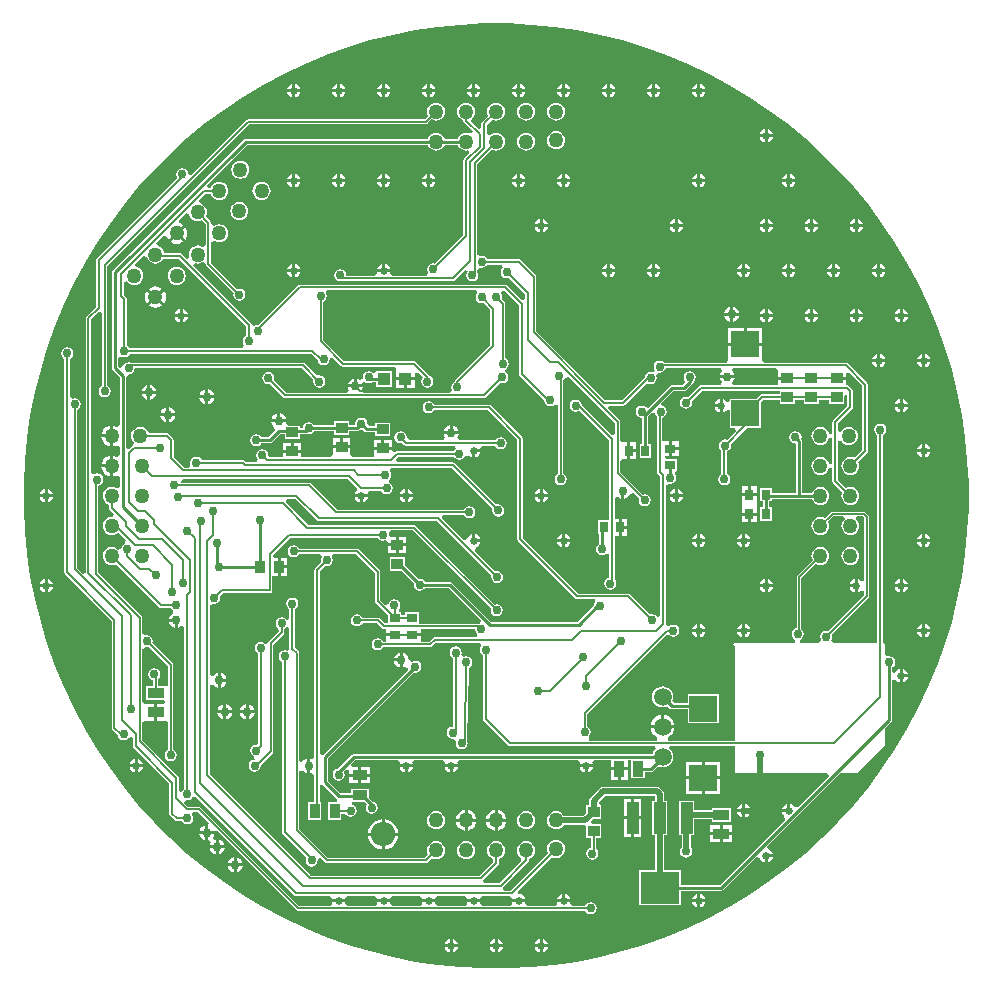
<source format=gbr>
%TF.GenerationSoftware,Altium Limited,Altium Designer,18.1.6 (161)*%
G04 Layer_Physical_Order=2*
G04 Layer_Color=16711680*
%FSLAX25Y25*%
%MOIN*%
%TF.FileFunction,Copper,L2,Bot,Signal*%
%TF.Part,Single*%
G01*
G75*
%TA.AperFunction,Conductor*%
%ADD10C,0.00800*%
%TA.AperFunction,SMDPad,CuDef*%
%ADD12R,0.02756X0.03543*%
%ADD13R,0.05118X0.03347*%
%ADD15R,0.05315X0.03740*%
%ADD17R,0.03937X0.03543*%
%ADD20R,0.03543X0.03937*%
%ADD23R,0.03347X0.05118*%
%ADD25R,0.03543X0.02756*%
%TA.AperFunction,Conductor*%
%ADD32C,0.01000*%
%ADD33C,0.02000*%
%ADD34C,0.00500*%
%TA.AperFunction,ComponentPad*%
%ADD35C,0.05000*%
%ADD36C,0.05906*%
%ADD37O,0.08110X0.08110*%
%TA.AperFunction,ViaPad*%
%ADD38C,0.03000*%
%ADD39C,0.02500*%
%TA.AperFunction,SMDPad,CuDef*%
%ADD40R,0.03740X0.05315*%
%ADD41R,0.09252X0.08661*%
%ADD42R,0.12992X0.10630*%
%ADD43R,0.03937X0.10630*%
%ADD44R,0.04331X0.04331*%
G36*
X326549Y472061D02*
X334244Y471304D01*
X341892Y470169D01*
X349475Y468661D01*
X356975Y466782D01*
X364374Y464538D01*
X371654Y461933D01*
X378797Y458974D01*
X385787Y455668D01*
X392606Y452024D01*
X399238Y448048D01*
X405666Y443753D01*
X411877Y439147D01*
X417853Y434242D01*
X423582Y429050D01*
X429050Y423582D01*
X434242Y417853D01*
X439147Y411877D01*
X443753Y405666D01*
X448048Y399238D01*
X452024Y392606D01*
X455668Y385787D01*
X458974Y378797D01*
X461933Y371654D01*
X464538Y364374D01*
X466782Y356975D01*
X468661Y349475D01*
X470169Y341892D01*
X471304Y334244D01*
X472061Y326549D01*
X472441Y318827D01*
Y314961D01*
Y311095D01*
X472061Y303372D01*
X471304Y295678D01*
X470169Y288029D01*
X468661Y280446D01*
X466782Y272946D01*
X464538Y265547D01*
X461933Y258267D01*
X458974Y251124D01*
X455668Y244134D01*
X452024Y237316D01*
X448048Y230684D01*
X443753Y224255D01*
X439147Y218045D01*
X434242Y212068D01*
X429050Y206339D01*
X423582Y200872D01*
X417853Y195679D01*
X411877Y190774D01*
X405666Y186168D01*
X399238Y181873D01*
X392606Y177898D01*
X385787Y174253D01*
X378797Y170947D01*
X371654Y167988D01*
X364374Y165384D01*
X356975Y163139D01*
X349475Y161260D01*
X341892Y159752D01*
X334244Y158618D01*
X326549Y157860D01*
X318827Y157480D01*
X311095D01*
X303372Y157860D01*
X295678Y158618D01*
X288029Y159752D01*
X280446Y161260D01*
X272946Y163139D01*
X265547Y165384D01*
X258267Y167988D01*
X251124Y170947D01*
X244134Y174253D01*
X237316Y177898D01*
X230684Y181873D01*
X224255Y186168D01*
X218045Y190774D01*
X212068Y195679D01*
X206339Y200872D01*
X200872Y206339D01*
X195679Y212068D01*
X190774Y218045D01*
X186168Y224255D01*
X181873Y230684D01*
X177898Y237316D01*
X174253Y244134D01*
X170947Y251124D01*
X167988Y258267D01*
X165384Y265547D01*
X163139Y272946D01*
X161260Y280446D01*
X159752Y288029D01*
X158618Y295678D01*
X157860Y303372D01*
X157480Y311095D01*
Y314961D01*
Y318827D01*
X157860Y326549D01*
X158618Y334244D01*
X159752Y341892D01*
X161260Y349475D01*
X163139Y356975D01*
X165384Y364374D01*
X167988Y371654D01*
X170947Y378797D01*
X174253Y385787D01*
X177898Y392606D01*
X181873Y399238D01*
X186168Y405666D01*
X190774Y411877D01*
X195679Y417853D01*
X200872Y423582D01*
X206339Y429050D01*
X212068Y434242D01*
X218045Y439147D01*
X224255Y443753D01*
X230684Y448048D01*
X237316Y452024D01*
X244134Y455668D01*
X251124Y458974D01*
X258267Y461933D01*
X265547Y464538D01*
X272946Y466782D01*
X280446Y468661D01*
X288029Y470169D01*
X295678Y471304D01*
X303372Y472061D01*
X311095Y472441D01*
X318827D01*
X326549Y472061D01*
D02*
G37*
%LPC*%
G36*
X383000Y452195D02*
Y450500D01*
X384695D01*
X384619Y450878D01*
X384122Y451622D01*
X383378Y452119D01*
X383000Y452195D01*
D02*
G37*
G36*
X382000D02*
X381622Y452119D01*
X380878Y451622D01*
X380381Y450878D01*
X380305Y450500D01*
X382000D01*
Y452195D01*
D02*
G37*
G36*
X368000D02*
Y450500D01*
X369695D01*
X369619Y450878D01*
X369122Y451622D01*
X368378Y452119D01*
X368000Y452195D01*
D02*
G37*
G36*
X367000D02*
X366622Y452119D01*
X365878Y451622D01*
X365381Y450878D01*
X365305Y450500D01*
X367000D01*
Y452195D01*
D02*
G37*
G36*
X353000D02*
Y450500D01*
X354695D01*
X354620Y450878D01*
X354122Y451622D01*
X353378Y452119D01*
X353000Y452195D01*
D02*
G37*
G36*
X352000D02*
X351622Y452119D01*
X350878Y451622D01*
X350380Y450878D01*
X350305Y450500D01*
X352000D01*
Y452195D01*
D02*
G37*
G36*
X338000D02*
Y450500D01*
X339695D01*
X339619Y450878D01*
X339122Y451622D01*
X338378Y452119D01*
X338000Y452195D01*
D02*
G37*
G36*
X337000D02*
X336622Y452119D01*
X335878Y451622D01*
X335381Y450878D01*
X335305Y450500D01*
X337000D01*
Y452195D01*
D02*
G37*
G36*
X323000D02*
Y450500D01*
X324695D01*
X324620Y450878D01*
X324122Y451622D01*
X323378Y452119D01*
X323000Y452195D01*
D02*
G37*
G36*
X322000D02*
X321622Y452119D01*
X320878Y451622D01*
X320380Y450878D01*
X320305Y450500D01*
X322000D01*
Y452195D01*
D02*
G37*
G36*
X308000D02*
Y450500D01*
X309695D01*
X309619Y450878D01*
X309122Y451622D01*
X308378Y452119D01*
X308000Y452195D01*
D02*
G37*
G36*
X307000D02*
X306622Y452119D01*
X305878Y451622D01*
X305381Y450878D01*
X305305Y450500D01*
X307000D01*
Y452195D01*
D02*
G37*
G36*
X293000D02*
Y450500D01*
X294695D01*
X294619Y450878D01*
X294122Y451622D01*
X293378Y452119D01*
X293000Y452195D01*
D02*
G37*
G36*
X292000D02*
X291622Y452119D01*
X290878Y451622D01*
X290381Y450878D01*
X290305Y450500D01*
X292000D01*
Y452195D01*
D02*
G37*
G36*
X278000D02*
Y450500D01*
X279695D01*
X279620Y450878D01*
X279122Y451622D01*
X278378Y452119D01*
X278000Y452195D01*
D02*
G37*
G36*
X277000D02*
X276622Y452119D01*
X275878Y451622D01*
X275380Y450878D01*
X275305Y450500D01*
X277000D01*
Y452195D01*
D02*
G37*
G36*
X263000D02*
Y450500D01*
X264695D01*
X264619Y450878D01*
X264122Y451622D01*
X263378Y452119D01*
X263000Y452195D01*
D02*
G37*
G36*
X262000D02*
X261622Y452119D01*
X260878Y451622D01*
X260381Y450878D01*
X260305Y450500D01*
X262000D01*
Y452195D01*
D02*
G37*
G36*
X248000D02*
Y450500D01*
X249695D01*
X249620Y450878D01*
X249122Y451622D01*
X248378Y452119D01*
X248000Y452195D01*
D02*
G37*
G36*
X247000D02*
X246622Y452119D01*
X245878Y451622D01*
X245380Y450878D01*
X245305Y450500D01*
X247000D01*
Y452195D01*
D02*
G37*
G36*
X384695Y449500D02*
X383000D01*
Y447805D01*
X383378Y447881D01*
X384122Y448378D01*
X384619Y449122D01*
X384695Y449500D01*
D02*
G37*
G36*
X382000D02*
X380305D01*
X380381Y449122D01*
X380878Y448378D01*
X381622Y447881D01*
X382000Y447805D01*
Y449500D01*
D02*
G37*
G36*
X369695D02*
X368000D01*
Y447805D01*
X368378Y447881D01*
X369122Y448378D01*
X369619Y449122D01*
X369695Y449500D01*
D02*
G37*
G36*
X367000D02*
X365305D01*
X365381Y449122D01*
X365878Y448378D01*
X366622Y447881D01*
X367000Y447805D01*
Y449500D01*
D02*
G37*
G36*
X354695D02*
X353000D01*
Y447805D01*
X353378Y447881D01*
X354122Y448378D01*
X354620Y449122D01*
X354695Y449500D01*
D02*
G37*
G36*
X352000D02*
X350305D01*
X350380Y449122D01*
X350878Y448378D01*
X351622Y447881D01*
X352000Y447805D01*
Y449500D01*
D02*
G37*
G36*
X339695D02*
X338000D01*
Y447805D01*
X338378Y447881D01*
X339122Y448378D01*
X339619Y449122D01*
X339695Y449500D01*
D02*
G37*
G36*
X337000D02*
X335305D01*
X335381Y449122D01*
X335878Y448378D01*
X336622Y447881D01*
X337000Y447805D01*
Y449500D01*
D02*
G37*
G36*
X324695D02*
X323000D01*
Y447805D01*
X323378Y447881D01*
X324122Y448378D01*
X324620Y449122D01*
X324695Y449500D01*
D02*
G37*
G36*
X322000D02*
X320305D01*
X320380Y449122D01*
X320878Y448378D01*
X321622Y447881D01*
X322000Y447805D01*
Y449500D01*
D02*
G37*
G36*
X309695D02*
X308000D01*
Y447805D01*
X308378Y447881D01*
X309122Y448378D01*
X309619Y449122D01*
X309695Y449500D01*
D02*
G37*
G36*
X307000D02*
X305305D01*
X305381Y449122D01*
X305878Y448378D01*
X306622Y447881D01*
X307000Y447805D01*
Y449500D01*
D02*
G37*
G36*
X294695D02*
X293000D01*
Y447805D01*
X293378Y447881D01*
X294122Y448378D01*
X294619Y449122D01*
X294695Y449500D01*
D02*
G37*
G36*
X292000D02*
X290305D01*
X290381Y449122D01*
X290878Y448378D01*
X291622Y447881D01*
X292000Y447805D01*
Y449500D01*
D02*
G37*
G36*
X279695D02*
X278000D01*
Y447805D01*
X278378Y447881D01*
X279122Y448378D01*
X279620Y449122D01*
X279695Y449500D01*
D02*
G37*
G36*
X277000D02*
X275305D01*
X275380Y449122D01*
X275878Y448378D01*
X276622Y447881D01*
X277000Y447805D01*
Y449500D01*
D02*
G37*
G36*
X264695D02*
X263000D01*
Y447805D01*
X263378Y447881D01*
X264122Y448378D01*
X264619Y449122D01*
X264695Y449500D01*
D02*
G37*
G36*
X262000D02*
X260305D01*
X260381Y449122D01*
X260878Y448378D01*
X261622Y447881D01*
X262000Y447805D01*
Y449500D01*
D02*
G37*
G36*
X249695D02*
X248000D01*
Y447805D01*
X248378Y447881D01*
X249122Y448378D01*
X249620Y449122D01*
X249695Y449500D01*
D02*
G37*
G36*
X247000D02*
X245305D01*
X245380Y449122D01*
X245878Y448378D01*
X246622Y447881D01*
X247000Y447805D01*
Y449500D01*
D02*
G37*
G36*
X334961Y446097D02*
X334177Y445994D01*
X333448Y445691D01*
X332821Y445211D01*
X332340Y444584D01*
X332038Y443854D01*
X331935Y443071D01*
X332038Y442288D01*
X332340Y441558D01*
X332821Y440931D01*
X333448Y440450D01*
X334177Y440148D01*
X334961Y440045D01*
X335744Y440148D01*
X336473Y440450D01*
X337100Y440931D01*
X337581Y441558D01*
X337883Y442288D01*
X337986Y443071D01*
X337883Y443854D01*
X337581Y444584D01*
X337100Y445211D01*
X336473Y445691D01*
X335744Y445994D01*
X334961Y446097D01*
D02*
G37*
G36*
X324961D02*
X324177Y445994D01*
X323448Y445691D01*
X322821Y445211D01*
X322340Y444584D01*
X322038Y443854D01*
X321935Y443071D01*
X322038Y442288D01*
X322340Y441558D01*
X322821Y440931D01*
X323448Y440450D01*
X324177Y440148D01*
X324961Y440045D01*
X325744Y440148D01*
X326473Y440450D01*
X327100Y440931D01*
X327581Y441558D01*
X327883Y442288D01*
X327987Y443071D01*
X327883Y443854D01*
X327581Y444584D01*
X327100Y445211D01*
X326473Y445691D01*
X325744Y445994D01*
X324961Y446097D01*
D02*
G37*
G36*
X314961D02*
X314177Y445994D01*
X313448Y445691D01*
X312821Y445211D01*
X312340Y444584D01*
X312038Y443854D01*
X311935Y443071D01*
X312038Y442288D01*
X312284Y441692D01*
X310351Y439759D01*
X310152Y439462D01*
X310082Y439110D01*
Y437522D01*
X309158Y437139D01*
X306734Y439564D01*
X306919Y440793D01*
X307100Y440931D01*
X307581Y441558D01*
X307883Y442288D01*
X307986Y443071D01*
X307883Y443854D01*
X307581Y444584D01*
X307100Y445211D01*
X306473Y445691D01*
X305744Y445994D01*
X304961Y446097D01*
X304177Y445994D01*
X303448Y445691D01*
X302821Y445211D01*
X302340Y444584D01*
X302038Y443854D01*
X301935Y443071D01*
X302038Y442288D01*
X302340Y441558D01*
X302821Y440931D01*
X303448Y440450D01*
X304043Y440204D01*
Y440039D01*
X304113Y439688D01*
X304312Y439391D01*
X307220Y436482D01*
X307221Y436461D01*
X306802Y436029D01*
X306249Y435785D01*
X305744Y435994D01*
X304961Y436097D01*
X304177Y435994D01*
X303448Y435691D01*
X302821Y435211D01*
X302340Y434584D01*
X302136Y434091D01*
X297785D01*
X297581Y434584D01*
X297100Y435211D01*
X296474Y435691D01*
X295744Y435994D01*
X294961Y436097D01*
X294177Y435994D01*
X293448Y435691D01*
X292821Y435211D01*
X292340Y434584D01*
X292136Y434091D01*
X231571D01*
X231181Y434013D01*
X230850Y433792D01*
X187279Y390221D01*
X187058Y389890D01*
X186980Y389500D01*
Y357500D01*
X187058Y357110D01*
X187279Y356779D01*
X189480Y354578D01*
Y338615D01*
X188971Y338263D01*
X188480Y338074D01*
X187764Y338370D01*
X187350Y338425D01*
Y334961D01*
Y331496D01*
X187764Y331551D01*
X188480Y331847D01*
X188971Y331658D01*
X189480Y331307D01*
Y328615D01*
X188971Y328263D01*
X188480Y328074D01*
X187764Y328370D01*
X187350Y328425D01*
Y324961D01*
Y321496D01*
X187764Y321551D01*
X188480Y321847D01*
X188971Y321658D01*
X189480Y321307D01*
Y317984D01*
X188480Y317491D01*
X188363Y317581D01*
X187634Y317883D01*
X186850Y317986D01*
X186067Y317883D01*
X185337Y317581D01*
X184711Y317100D01*
X184230Y316474D01*
X183928Y315744D01*
X183825Y314961D01*
X183928Y314177D01*
X184230Y313448D01*
X184711Y312821D01*
X185337Y312340D01*
X185933Y312093D01*
Y311071D01*
X186003Y310720D01*
X186202Y310423D01*
X187747Y308877D01*
X187280Y307930D01*
X186850Y307986D01*
X186067Y307883D01*
X185337Y307581D01*
X184711Y307100D01*
X184230Y306473D01*
X183928Y305744D01*
X183825Y304961D01*
X183928Y304177D01*
X184230Y303448D01*
X184711Y302821D01*
X185337Y302340D01*
X186067Y302038D01*
X186850Y301935D01*
X187634Y302038D01*
X188363Y302340D01*
X188985Y302817D01*
X191583Y300220D01*
X191253Y299135D01*
X191220Y299128D01*
X190558Y298686D01*
X190116Y298024D01*
X189998Y297430D01*
X189425Y297165D01*
X188990Y297100D01*
X188990Y297100D01*
X188363Y297581D01*
X187634Y297883D01*
X186850Y297987D01*
X186067Y297883D01*
X185337Y297581D01*
X184711Y297100D01*
X184230Y296474D01*
X183928Y295744D01*
X183825Y294961D01*
X183928Y294177D01*
X184230Y293448D01*
X184711Y292821D01*
X185337Y292340D01*
X186067Y292038D01*
X186850Y291935D01*
X187634Y292038D01*
X188229Y292284D01*
X202662Y277851D01*
X202960Y277652D01*
X203311Y277582D01*
X206608D01*
X206958Y277058D01*
X207277Y276845D01*
X207334Y276464D01*
X207261Y275747D01*
X207260Y275745D01*
X206598Y275302D01*
X206045Y274476D01*
X205950Y274000D01*
X208400D01*
Y273500D01*
X208900D01*
Y271051D01*
X209376Y271145D01*
X210082Y271617D01*
X210598Y271480D01*
X211082Y271215D01*
Y217292D01*
X210558Y216942D01*
X210165Y216353D01*
X210092Y216344D01*
X209165Y216952D01*
Y221100D01*
X209106Y221393D01*
X208941Y221641D01*
X208941Y221641D01*
X197015Y233567D01*
Y239565D01*
X197843Y239980D01*
X198015Y239980D01*
X201000D01*
Y242850D01*
Y245721D01*
X198015D01*
X197843Y245721D01*
X197015Y246136D01*
Y263884D01*
X197215Y264092D01*
X198015Y264557D01*
X198500Y264461D01*
X199118Y264584D01*
X205582Y258120D01*
Y251701D01*
X204658Y251520D01*
X204582Y251520D01*
X202418D01*
Y254042D01*
X202442Y254058D01*
X202884Y254720D01*
X203039Y255500D01*
X202884Y256280D01*
X202442Y256942D01*
X201780Y257384D01*
X201000Y257539D01*
X200220Y257384D01*
X199558Y256942D01*
X199116Y256280D01*
X198961Y255500D01*
X199116Y254720D01*
X199558Y254058D01*
X200220Y253616D01*
X200582Y253544D01*
Y251520D01*
X198343D01*
Y246779D01*
X204152D01*
X204517Y246339D01*
X204110Y245721D01*
X202000D01*
Y242850D01*
Y239980D01*
X204582D01*
X205157Y239980D01*
X205582Y239156D01*
Y230292D01*
X205058Y229942D01*
X204616Y229280D01*
X204461Y228500D01*
X204616Y227720D01*
X205058Y227058D01*
X205720Y226616D01*
X206500Y226461D01*
X207280Y226616D01*
X207942Y227058D01*
X208384Y227720D01*
X208539Y228500D01*
X208384Y229280D01*
X207942Y229942D01*
X207418Y230292D01*
Y258500D01*
X207348Y258851D01*
X207149Y259149D01*
X200416Y265882D01*
X200539Y266500D01*
X200384Y267280D01*
X199942Y267942D01*
X199280Y268384D01*
X198500Y268539D01*
X198015Y268443D01*
X197215Y268907D01*
X197015Y269116D01*
Y274230D01*
X196957Y274522D01*
X196791Y274771D01*
X182265Y289297D01*
Y318421D01*
X182780Y318523D01*
X183442Y318965D01*
X183884Y319627D01*
X184039Y320407D01*
X183884Y321188D01*
X183442Y321849D01*
X182780Y322291D01*
X182000Y322446D01*
X181220Y322291D01*
X181018Y322156D01*
X180018Y322691D01*
Y373761D01*
X182735Y376478D01*
X183735Y376064D01*
Y351698D01*
X183720Y351695D01*
X183058Y351253D01*
X182616Y350591D01*
X182461Y349811D01*
X182616Y349031D01*
X183058Y348369D01*
X183720Y347927D01*
X184500Y347772D01*
X185280Y347927D01*
X185942Y348369D01*
X186384Y349031D01*
X186539Y349811D01*
X186384Y350591D01*
X185942Y351253D01*
X185280Y351695D01*
X185265Y351698D01*
Y391683D01*
X232522Y438940D01*
X291595D01*
X291887Y438998D01*
X292135Y439164D01*
X293433Y440462D01*
X293448Y440450D01*
X294177Y440148D01*
X294961Y440045D01*
X295744Y440148D01*
X296474Y440450D01*
X297100Y440931D01*
X297581Y441558D01*
X297883Y442288D01*
X297987Y443071D01*
X297883Y443854D01*
X297581Y444584D01*
X297100Y445211D01*
X296474Y445691D01*
X295744Y445994D01*
X294961Y446097D01*
X294177Y445994D01*
X293448Y445691D01*
X292821Y445211D01*
X292340Y444584D01*
X292038Y443854D01*
X291935Y443071D01*
X292038Y442288D01*
X292340Y441558D01*
X292351Y441543D01*
X291278Y440470D01*
X232205D01*
X231912Y440411D01*
X231664Y440245D01*
X213437Y422018D01*
X213005Y422102D01*
X212416Y422412D01*
X212302Y422988D01*
X211859Y423650D01*
X211198Y424092D01*
X210418Y424247D01*
X209637Y424092D01*
X208976Y423650D01*
X208534Y422988D01*
X208379Y422208D01*
X208534Y421427D01*
X208772Y421070D01*
X181967Y394265D01*
X181768Y393967D01*
X181698Y393616D01*
Y378037D01*
X178451Y374789D01*
X178252Y374492D01*
X178182Y374141D01*
Y289530D01*
X177877Y289294D01*
X177229Y289069D01*
X175418Y290880D01*
Y343688D01*
X175942Y344038D01*
X176384Y344700D01*
X176539Y345480D01*
X176384Y346261D01*
X175942Y346922D01*
X175280Y347364D01*
X174500Y347519D01*
X173918Y347404D01*
X173227Y347774D01*
X172918Y348031D01*
Y360708D01*
X173442Y361058D01*
X173884Y361720D01*
X174039Y362500D01*
X173884Y363280D01*
X173442Y363942D01*
X172780Y364384D01*
X172000Y364539D01*
X171220Y364384D01*
X170558Y363942D01*
X170116Y363280D01*
X169961Y362500D01*
X170116Y361720D01*
X170558Y361058D01*
X171082Y360708D01*
Y289518D01*
X171152Y289166D01*
X171351Y288869D01*
X186846Y273374D01*
Y237736D01*
X186916Y237385D01*
X187115Y237087D01*
X188851Y235351D01*
X188967Y234769D01*
X189409Y234108D01*
X190071Y233666D01*
X190851Y233510D01*
X191631Y233666D01*
X192293Y234108D01*
X192423Y234302D01*
X193569Y234604D01*
X193716Y234575D01*
X194033Y234340D01*
Y231449D01*
X194103Y231098D01*
X194301Y230800D01*
X206082Y219020D01*
Y209000D01*
X206152Y208649D01*
X206351Y208351D01*
X207851Y206851D01*
X208149Y206652D01*
X208500Y206582D01*
X210208D01*
X210558Y206058D01*
X211220Y205616D01*
X212000Y205461D01*
X212780Y205616D01*
X213442Y206058D01*
X213884Y206720D01*
X214039Y207500D01*
X213884Y208280D01*
X213580Y208735D01*
X213827Y209468D01*
X214023Y209735D01*
X215683D01*
X219369Y206049D01*
X219000Y205358D01*
Y203153D01*
X221205D01*
X221896Y203523D01*
X248459Y176959D01*
X248707Y176794D01*
X249000Y176735D01*
X249000Y176735D01*
X344613D01*
X344616Y176720D01*
X345058Y176058D01*
X345720Y175616D01*
X346500Y175461D01*
X347280Y175616D01*
X347942Y176058D01*
X348384Y176720D01*
X348539Y177500D01*
X348384Y178280D01*
X347942Y178942D01*
X347280Y179384D01*
X346500Y179539D01*
X345720Y179384D01*
X345058Y178942D01*
X344616Y178280D01*
X344613Y178265D01*
X340249D01*
X339804Y178870D01*
X339648Y179265D01*
X339695Y179500D01*
X335305D01*
X335352Y179265D01*
X335196Y178870D01*
X334751Y178265D01*
X325249D01*
X324804Y178870D01*
X324648Y179265D01*
X324695Y179500D01*
X320305D01*
X320352Y179265D01*
X320196Y178870D01*
X319751Y178265D01*
X310249D01*
X309804Y178870D01*
X309648Y179265D01*
X309695Y179500D01*
X305305D01*
X305352Y179265D01*
X305196Y178870D01*
X304751Y178265D01*
X295249D01*
X294804Y178870D01*
X294648Y179265D01*
X294695Y179500D01*
X290305D01*
X290352Y179265D01*
X290196Y178870D01*
X289751Y178265D01*
X280249D01*
X279804Y178870D01*
X279648Y179265D01*
X279695Y179500D01*
X275305D01*
X275352Y179265D01*
X275196Y178870D01*
X274751Y178265D01*
X265249D01*
X264804Y178870D01*
X264648Y179265D01*
X264695Y179500D01*
X260305D01*
X260352Y179265D01*
X260196Y178870D01*
X259751Y178265D01*
X249317D01*
X216541Y211041D01*
X216293Y211207D01*
X216000Y211265D01*
X212352D01*
X210895Y212721D01*
X211464Y213567D01*
X212000Y213461D01*
X212780Y213616D01*
X213442Y214058D01*
X213715Y214467D01*
X214613Y214704D01*
X214899Y214697D01*
X247745Y181851D01*
X248043Y181652D01*
X248394Y181582D01*
X259740D01*
X260322Y180582D01*
X260305Y180500D01*
X264695D01*
X264678Y180582D01*
X265260Y181582D01*
X274740D01*
X275322Y180582D01*
X275305Y180500D01*
X279695D01*
X279678Y180582D01*
X280260Y181582D01*
X289740D01*
X290322Y180582D01*
X290305Y180500D01*
X294695D01*
X294678Y180582D01*
X295260Y181582D01*
X304740D01*
X305322Y180582D01*
X305305Y180500D01*
X309695D01*
X309678Y180582D01*
X310260Y181582D01*
X319649D01*
X319902Y181338D01*
X320295Y180746D01*
X320326Y180606D01*
X320305Y180500D01*
X324695D01*
X324620Y180878D01*
X324122Y181622D01*
X323378Y182120D01*
X322597Y182275D01*
X322378Y182628D01*
X322152Y183245D01*
X333582Y194674D01*
X334177Y194428D01*
X334961Y194325D01*
X335744Y194428D01*
X336473Y194730D01*
X337100Y195211D01*
X337581Y195837D01*
X337883Y196567D01*
X337986Y197350D01*
X337883Y198134D01*
X337581Y198863D01*
X337100Y199490D01*
X336473Y199971D01*
X335744Y200273D01*
X334961Y200376D01*
X334177Y200273D01*
X333448Y199971D01*
X332821Y199490D01*
X332340Y198863D01*
X332038Y198134D01*
X331935Y197350D01*
X332038Y196567D01*
X332284Y195972D01*
X319730Y183418D01*
X317552D01*
X317242Y184136D01*
X317215Y184418D01*
X325609Y192812D01*
X325808Y193109D01*
X325878Y193461D01*
Y193983D01*
X326473Y194230D01*
X327100Y194711D01*
X327581Y195337D01*
X327883Y196067D01*
X327987Y196850D01*
X327883Y197634D01*
X327581Y198363D01*
X327100Y198990D01*
X326473Y199471D01*
X325744Y199773D01*
X324961Y199876D01*
X324177Y199773D01*
X323448Y199471D01*
X322821Y198990D01*
X322340Y198363D01*
X322038Y197634D01*
X321935Y196850D01*
X322038Y196067D01*
X322340Y195337D01*
X322821Y194711D01*
X323204Y194416D01*
X323403Y193555D01*
X323378Y193176D01*
X316120Y185918D01*
X310863D01*
X310553Y186636D01*
X310526Y186918D01*
X315610Y192001D01*
X315808Y192298D01*
X315878Y192650D01*
Y193983D01*
X316474Y194230D01*
X317100Y194711D01*
X317581Y195337D01*
X317883Y196067D01*
X317986Y196850D01*
X317883Y197634D01*
X317581Y198363D01*
X317100Y198990D01*
X316474Y199471D01*
X315744Y199773D01*
X314961Y199876D01*
X314177Y199773D01*
X313448Y199471D01*
X312821Y198990D01*
X312340Y198363D01*
X312038Y197634D01*
X311935Y196850D01*
X312038Y196067D01*
X312340Y195337D01*
X312821Y194711D01*
X313448Y194230D01*
X314043Y193983D01*
Y193030D01*
X309431Y188418D01*
X253380D01*
X219518Y222280D01*
Y251876D01*
X220518Y252180D01*
X220840Y251698D01*
X221667Y251145D01*
X222142Y251050D01*
Y253500D01*
Y255949D01*
X221667Y255855D01*
X220840Y255302D01*
X220518Y254820D01*
X219518Y255124D01*
Y278382D01*
X219716Y278589D01*
X220518Y279057D01*
X221000Y278961D01*
X221780Y279116D01*
X222442Y279558D01*
X222884Y280220D01*
X223039Y281000D01*
X222916Y281618D01*
X223880Y282582D01*
X239500D01*
X239851Y282652D01*
X240149Y282851D01*
X240348Y283149D01*
X240418Y283500D01*
Y288370D01*
X242150D01*
Y291339D01*
Y294307D01*
X240869D01*
X240605Y295307D01*
X246380Y301082D01*
X275424D01*
X275775Y300558D01*
X276436Y300116D01*
X277217Y299961D01*
X277997Y300116D01*
X278031Y300139D01*
X279031Y299605D01*
Y299150D01*
X281500D01*
Y301421D01*
X279731D01*
X279256Y302000D01*
X279251Y302026D01*
X279160Y302482D01*
X279627Y303284D01*
X279834Y303482D01*
X287220D01*
X313245Y277457D01*
X313122Y276839D01*
X313278Y276058D01*
X313720Y275397D01*
X314381Y274955D01*
X315161Y274799D01*
X315942Y274955D01*
X316603Y275397D01*
X317045Y276058D01*
X317201Y276839D01*
X317045Y277619D01*
X316603Y278280D01*
X315942Y278723D01*
X315161Y278878D01*
X314543Y278755D01*
X288249Y305049D01*
X287951Y305248D01*
X287600Y305318D01*
X252480D01*
X244815Y312982D01*
X244999Y313694D01*
X245198Y313982D01*
X248020D01*
X255151Y306851D01*
X255449Y306652D01*
X255800Y306582D01*
X295376D01*
X313407Y288551D01*
X313284Y287933D01*
X313439Y287153D01*
X313881Y286491D01*
X314543Y286049D01*
X315323Y285894D01*
X316103Y286049D01*
X316765Y286491D01*
X317207Y287153D01*
X317362Y287933D01*
X317207Y288713D01*
X316765Y289375D01*
X316103Y289817D01*
X315323Y289972D01*
X314704Y289849D01*
X307806Y296747D01*
X308136Y297832D01*
X308378Y297881D01*
X309122Y298378D01*
X309619Y299122D01*
X309695Y299500D01*
X307500D01*
Y300000D01*
X307000D01*
Y302195D01*
X306622Y302119D01*
X305878Y301622D01*
X305381Y300878D01*
X305332Y300636D01*
X304247Y300306D01*
X296971Y307582D01*
X297386Y308582D01*
X304208D01*
X304558Y308058D01*
X305220Y307616D01*
X306000Y307461D01*
X306780Y307616D01*
X307442Y308058D01*
X307884Y308720D01*
X308039Y309500D01*
X307884Y310280D01*
X307442Y310942D01*
X306780Y311384D01*
X306000Y311539D01*
X305220Y311384D01*
X304558Y310942D01*
X304208Y310418D01*
X261880D01*
X253149Y319149D01*
X252851Y319348D01*
X252500Y319418D01*
X210208D01*
X210103Y319582D01*
X210651Y320582D01*
X265620D01*
X268541Y317661D01*
X268443Y316666D01*
X268378Y316622D01*
X267881Y315878D01*
X267805Y315500D01*
X272195D01*
X272178Y315582D01*
X272760Y316582D01*
X276708D01*
X277058Y316058D01*
X277720Y315616D01*
X278500Y315461D01*
X279280Y315616D01*
X279942Y316058D01*
X280384Y316720D01*
X280539Y317500D01*
X280384Y318280D01*
X279942Y318942D01*
X279382Y319316D01*
X279256Y319851D01*
X279227Y320414D01*
X279442Y320558D01*
X279884Y321220D01*
X280039Y322000D01*
X279884Y322780D01*
X279519Y323326D01*
X279651Y323831D01*
X279918Y324326D01*
X300159D01*
X313745Y310740D01*
X313622Y310122D01*
X313777Y309342D01*
X314219Y308680D01*
X314881Y308238D01*
X315661Y308083D01*
X316442Y308238D01*
X317103Y308680D01*
X317545Y309342D01*
X317701Y310122D01*
X317545Y310902D01*
X317103Y311564D01*
X316442Y312006D01*
X315661Y312161D01*
X315043Y312038D01*
X301188Y325893D01*
X300890Y326092D01*
X300539Y326162D01*
X281874D01*
X281459Y327162D01*
X282380Y328082D01*
X300960D01*
X301310Y327558D01*
X301972Y327116D01*
X302752Y326961D01*
X303532Y327116D01*
X304194Y327558D01*
X304636Y328220D01*
X304669Y328387D01*
X305731Y328598D01*
X305878Y328378D01*
X306622Y327881D01*
X307000Y327805D01*
Y330000D01*
X307500D01*
Y330500D01*
X309695D01*
X309654Y330704D01*
X309996Y331356D01*
X310270Y331704D01*
X314626D01*
X315058Y331058D01*
X315720Y330616D01*
X316500Y330461D01*
X317280Y330616D01*
X317942Y331058D01*
X318384Y331720D01*
X318539Y332500D01*
X318384Y333280D01*
X317942Y333942D01*
X317280Y334384D01*
X316500Y334539D01*
X315720Y334384D01*
X315058Y333942D01*
X314789Y333540D01*
X302532D01*
X302083Y334540D01*
X302407Y335024D01*
X302501Y335500D01*
X297602D01*
X297697Y335024D01*
X298021Y334540D01*
X297571Y333540D01*
X285921D01*
X285150Y334444D01*
X285161Y334500D01*
X285006Y335280D01*
X284564Y335942D01*
X283902Y336384D01*
X283122Y336539D01*
X282342Y336384D01*
X281680Y335942D01*
X281238Y335280D01*
X281083Y334500D01*
X281238Y333720D01*
X281680Y333058D01*
X282342Y332616D01*
X283122Y332461D01*
X283740Y332584D01*
X284351Y331973D01*
X284649Y331774D01*
X285000Y331704D01*
X301400D01*
X301703Y330704D01*
X301310Y330442D01*
X300960Y329918D01*
X282000D01*
X281649Y329848D01*
X281351Y329649D01*
X281109Y329407D01*
X280185Y329789D01*
Y330350D01*
X274248D01*
Y328079D01*
X273315Y327918D01*
X267132D01*
X266406Y328579D01*
X266406Y328918D01*
Y330850D01*
X260469D01*
Y328918D01*
X260469Y328579D01*
X259742Y327918D01*
X249969D01*
Y329350D01*
X244032D01*
Y327918D01*
X239517D01*
X239039Y328500D01*
X238884Y329280D01*
X238442Y329942D01*
X237780Y330384D01*
X237000Y330539D01*
X236220Y330384D01*
X235558Y329942D01*
X235116Y329280D01*
X234961Y328500D01*
X235116Y327720D01*
X235489Y327162D01*
X235370Y326690D01*
X235100Y326162D01*
X231597D01*
X231109Y326649D01*
X230812Y326848D01*
X230461Y326918D01*
X216792D01*
X216442Y327442D01*
X215780Y327884D01*
X215000Y328039D01*
X214220Y327884D01*
X213558Y327442D01*
X213116Y326780D01*
X212961Y326000D01*
X213087Y325368D01*
X212903Y324933D01*
X212483Y324368D01*
X211014D01*
X207468Y327914D01*
Y333572D01*
X207398Y333923D01*
X207199Y334221D01*
X205810Y335610D01*
X205513Y335808D01*
X205161Y335878D01*
X199217D01*
X198971Y336473D01*
X198490Y337100D01*
X197863Y337581D01*
X197134Y337883D01*
X196350Y337986D01*
X195567Y337883D01*
X194837Y337581D01*
X194211Y337100D01*
X193730Y336473D01*
X193428Y335744D01*
X193324Y334961D01*
X193428Y334177D01*
X193730Y333448D01*
X194152Y332897D01*
X194159Y332762D01*
X194130Y332603D01*
X193850Y331848D01*
X193552Y331649D01*
X192520Y330616D01*
X191520Y331031D01*
Y354639D01*
X192150Y355321D01*
X192445Y355472D01*
X192500Y355461D01*
X193280Y355616D01*
X193942Y356058D01*
X194384Y356720D01*
X194539Y357500D01*
X194607Y357582D01*
X250214D01*
X254084Y353713D01*
X253961Y353095D01*
X254116Y352314D01*
X254558Y351653D01*
X255220Y351210D01*
X256000Y351055D01*
X256780Y351210D01*
X257442Y351653D01*
X257884Y352314D01*
X258039Y353095D01*
X257884Y353875D01*
X257442Y354536D01*
X256780Y354978D01*
X256000Y355134D01*
X255382Y355011D01*
X251243Y359149D01*
X250946Y359348D01*
X250594Y359418D01*
X193500D01*
X193292Y359376D01*
X193280Y359384D01*
X192500Y359539D01*
X191720Y359384D01*
X191058Y358942D01*
X190616Y358280D01*
X190586Y358129D01*
X189605Y357726D01*
X189170Y358034D01*
X189020Y358226D01*
Y361030D01*
X190020Y361565D01*
X190220Y361431D01*
X191000Y361276D01*
X191780Y361431D01*
X192442Y361873D01*
X192792Y362397D01*
X253305D01*
X255534Y360168D01*
X255624Y359720D01*
X256066Y359058D01*
X256727Y358616D01*
X257507Y358461D01*
X258288Y358616D01*
X258949Y359058D01*
X259391Y359720D01*
X259547Y360500D01*
X259487Y360801D01*
X260408Y361294D01*
X263351Y358351D01*
X263649Y358152D01*
X264000Y358082D01*
X281331D01*
X281532Y357165D01*
X281532Y357082D01*
Y354500D01*
X284697D01*
X287862D01*
Y355926D01*
X288862Y356340D01*
X290568Y354634D01*
X290558Y354536D01*
X290116Y353875D01*
X289961Y353095D01*
X290116Y352314D01*
X290558Y351653D01*
X291220Y351210D01*
X292000Y351055D01*
X292780Y351210D01*
X293442Y351653D01*
X293884Y352314D01*
X294039Y353095D01*
X293884Y353875D01*
X293442Y354536D01*
X292780Y354978D01*
X292760Y354982D01*
X292649Y355149D01*
X288149Y359649D01*
X287851Y359848D01*
X287500Y359918D01*
X264380D01*
X257418Y366880D01*
Y379708D01*
X257942Y380058D01*
X258384Y380720D01*
X258539Y381500D01*
X258384Y382280D01*
X258182Y382582D01*
X258646Y383582D01*
X308365D01*
X308648Y382906D01*
X308719Y382582D01*
X308317Y381981D01*
X308162Y381201D01*
X308317Y380420D01*
X308759Y379759D01*
X309420Y379317D01*
X310201Y379162D01*
X310819Y379285D01*
X313082Y377022D01*
Y365321D01*
X301351Y353590D01*
X301152Y353292D01*
X301092Y352987D01*
X300558Y352630D01*
X300116Y351969D01*
X299961Y351189D01*
X300116Y350408D01*
X299575Y349418D01*
X270731D01*
X270196Y350418D01*
X270355Y350655D01*
X270449Y351131D01*
X265550D01*
X265645Y350655D01*
X265804Y350418D01*
X265269Y349418D01*
X245128D01*
X240916Y353630D01*
X241039Y354248D01*
X240884Y355028D01*
X240442Y355690D01*
X239780Y356132D01*
X239000Y356287D01*
X238220Y356132D01*
X237558Y355690D01*
X237116Y355028D01*
X236961Y354248D01*
X237116Y353468D01*
X237558Y352806D01*
X238220Y352364D01*
X239000Y352209D01*
X239618Y352332D01*
X244099Y347851D01*
X244397Y347652D01*
X244748Y347582D01*
X311000D01*
X311351Y347652D01*
X311649Y347851D01*
X316382Y352584D01*
X317000Y352461D01*
X317780Y352616D01*
X318442Y353058D01*
X318884Y353720D01*
X319039Y354500D01*
X318884Y355280D01*
X318442Y355942D01*
X318143Y356142D01*
X318079Y356447D01*
X318144Y357254D01*
X318599Y357558D01*
X319041Y358220D01*
X319197Y359000D01*
X319041Y359780D01*
X318599Y360442D01*
X318075Y360792D01*
Y379004D01*
X318005Y379355D01*
X317806Y379653D01*
X316877Y380582D01*
X317000Y381201D01*
X316845Y381981D01*
X316523Y382462D01*
X316895Y383391D01*
X317720Y383483D01*
X322582Y378620D01*
Y355500D01*
X322652Y355149D01*
X322851Y354851D01*
X330988Y346714D01*
X331116Y346070D01*
X331558Y345409D01*
X332220Y344966D01*
X333000Y344811D01*
X333780Y344966D01*
X334442Y345409D01*
X334582Y345619D01*
X335582Y345315D01*
Y322292D01*
X335058Y321942D01*
X334616Y321280D01*
X334461Y320500D01*
X334616Y319720D01*
X335058Y319058D01*
X335720Y318616D01*
X336500Y318461D01*
X337280Y318616D01*
X337942Y319058D01*
X338384Y319720D01*
X338539Y320500D01*
X338384Y321280D01*
X337942Y321942D01*
X337418Y322292D01*
Y353542D01*
X337442Y353558D01*
X337884Y354220D01*
X337915Y354374D01*
X339000Y354703D01*
X354582Y339120D01*
Y335630D01*
X353582Y335215D01*
X343475Y345323D01*
X343384Y345780D01*
X342942Y346442D01*
X342280Y346884D01*
X341500Y347039D01*
X340720Y346884D01*
X340058Y346442D01*
X339616Y345780D01*
X339461Y345000D01*
X339616Y344220D01*
X340058Y343558D01*
X340720Y343116D01*
X341500Y342961D01*
X342280Y343116D01*
X342763Y343439D01*
X352661Y333541D01*
Y306772D01*
X348945D01*
Y302228D01*
X349224D01*
Y298968D01*
X348802Y298686D01*
X348360Y298024D01*
X348205Y297244D01*
X348360Y296464D01*
X348802Y295802D01*
X349464Y295360D01*
X350244Y295205D01*
X351024Y295360D01*
X351661Y295785D01*
X351817Y295756D01*
X352661Y295462D01*
Y287728D01*
X352220Y287640D01*
X351558Y287198D01*
X351116Y286536D01*
X350961Y285756D01*
X351116Y284976D01*
X351558Y284314D01*
X352220Y283872D01*
X353000Y283717D01*
X353780Y283872D01*
X354442Y284314D01*
X354884Y284976D01*
X355039Y285756D01*
X354884Y286536D01*
X354496Y287116D01*
Y301728D01*
X355835D01*
Y304500D01*
Y307272D01*
X354496D01*
Y314324D01*
X355231Y314612D01*
X355496Y314666D01*
X356276Y314145D01*
X356752Y314051D01*
Y316500D01*
X357752D01*
Y314051D01*
X358227Y314145D01*
X359054Y314698D01*
X359607Y315525D01*
X359633Y315655D01*
X360718Y315984D01*
X362584Y314118D01*
X362461Y313500D01*
X362616Y312720D01*
X363058Y312058D01*
X363720Y311616D01*
X364500Y311461D01*
X365280Y311616D01*
X365942Y312058D01*
X366384Y312720D01*
X366539Y313500D01*
X366384Y314280D01*
X365942Y314942D01*
X365280Y315384D01*
X364500Y315539D01*
X363882Y315416D01*
X356418Y322880D01*
Y326414D01*
X356866Y327228D01*
X357418Y327228D01*
X358744D01*
Y330000D01*
Y332772D01*
X357418D01*
X356866Y332772D01*
X356418Y333586D01*
Y339500D01*
X356348Y339851D01*
X356149Y340149D01*
X352139Y344159D01*
X352522Y345082D01*
X357252D01*
X357603Y345152D01*
X357901Y345351D01*
X365236Y352687D01*
X365720Y352364D01*
X366500Y352209D01*
X367280Y352364D01*
X367942Y352806D01*
X368384Y353468D01*
X368539Y354248D01*
X368384Y355028D01*
X368220Y355273D01*
X368475Y355703D01*
X368881Y356084D01*
X369500Y355961D01*
X370280Y356116D01*
X370942Y356558D01*
X371384Y357220D01*
X371456Y357582D01*
X389942D01*
X390245Y356582D01*
X390198Y356550D01*
X389645Y355724D01*
X389550Y355248D01*
X394449D01*
X394355Y355724D01*
X393802Y356550D01*
X393755Y356582D01*
X394058Y357582D01*
X408265D01*
X409031Y357020D01*
X409031Y356582D01*
Y354748D01*
X412000D01*
Y353748D01*
X409031D01*
Y351918D01*
X394064D01*
X393760Y352918D01*
X393802Y352946D01*
X394355Y353773D01*
X394449Y354248D01*
X389550D01*
X389645Y353773D01*
X390198Y352946D01*
X390240Y352918D01*
X389936Y351918D01*
X383311D01*
X382960Y351848D01*
X382662Y351649D01*
X378929Y347916D01*
X378311Y348039D01*
X377531Y347884D01*
X376869Y347442D01*
X376427Y346780D01*
X376272Y346000D01*
X376427Y345220D01*
X376869Y344558D01*
X377531Y344116D01*
X378311Y343961D01*
X379091Y344116D01*
X379753Y344558D01*
X380195Y345220D01*
X380350Y346000D01*
X380227Y346618D01*
X383691Y350082D01*
X409531D01*
Y348867D01*
X403465D01*
X403113Y348797D01*
X402816Y348598D01*
X401533Y347315D01*
X392874D01*
Y346549D01*
X391874Y346245D01*
X391622Y346622D01*
X390878Y347119D01*
X390500Y347195D01*
Y345000D01*
Y342805D01*
X390878Y342881D01*
X391622Y343378D01*
X391874Y343755D01*
X392874Y343451D01*
Y337653D01*
X394549D01*
X394932Y336730D01*
X391868Y333666D01*
X391250Y333789D01*
X390470Y333634D01*
X389808Y333192D01*
X389366Y332530D01*
X389211Y331750D01*
X389366Y330970D01*
X389808Y330308D01*
X390082Y330125D01*
Y322292D01*
X389558Y321942D01*
X389116Y321280D01*
X388961Y320500D01*
X389116Y319720D01*
X389558Y319058D01*
X390220Y318616D01*
X391000Y318461D01*
X391780Y318616D01*
X392442Y319058D01*
X392884Y319720D01*
X393039Y320500D01*
X392884Y321280D01*
X392442Y321942D01*
X391918Y322292D01*
Y329844D01*
X392030Y329866D01*
X392692Y330308D01*
X393134Y330970D01*
X393289Y331750D01*
X393166Y332368D01*
X398451Y337653D01*
X403126D01*
Y346312D01*
X403845Y347031D01*
X409531D01*
Y345677D01*
X414468D01*
Y347031D01*
X417531D01*
Y345677D01*
X422469D01*
Y347031D01*
X426031D01*
Y345677D01*
X430969D01*
Y348324D01*
X431968Y348853D01*
X432082Y348775D01*
Y344880D01*
X427351Y340149D01*
X427152Y339851D01*
X427082Y339500D01*
Y335745D01*
X426082Y335538D01*
X425994Y335744D01*
X425975Y335790D01*
X425691Y336473D01*
X425211Y337100D01*
X424584Y337581D01*
X423854Y337883D01*
X423071Y337986D01*
X422288Y337883D01*
X421558Y337581D01*
X420931Y337100D01*
X420450Y336473D01*
X420148Y335744D01*
X420045Y334961D01*
X420148Y334177D01*
X420450Y333448D01*
X420931Y332821D01*
X421558Y332340D01*
X422288Y332038D01*
X423071Y331935D01*
X423854Y332038D01*
X424584Y332340D01*
X425211Y332821D01*
X425691Y333448D01*
X425975Y334131D01*
X425994Y334177D01*
X426082Y334383D01*
X427082Y334176D01*
Y325745D01*
X426082Y325538D01*
X425994Y325744D01*
X425975Y325790D01*
X425691Y326473D01*
X425211Y327100D01*
X424584Y327581D01*
X423854Y327883D01*
X423071Y327987D01*
X422288Y327883D01*
X421558Y327581D01*
X420931Y327100D01*
X420450Y326473D01*
X420148Y325744D01*
X420045Y324961D01*
X420148Y324177D01*
X420450Y323448D01*
X420931Y322821D01*
X421558Y322340D01*
X422288Y322038D01*
X423071Y321935D01*
X423854Y322038D01*
X424584Y322340D01*
X425211Y322821D01*
X425691Y323448D01*
X425975Y324131D01*
X425994Y324177D01*
X426082Y324383D01*
X427082Y324176D01*
Y320031D01*
X427152Y319680D01*
X427351Y319383D01*
X430395Y316339D01*
X430148Y315744D01*
X430045Y314961D01*
X430148Y314177D01*
X430450Y313448D01*
X430931Y312821D01*
X431558Y312340D01*
X432288Y312038D01*
X433071Y311935D01*
X433854Y312038D01*
X434584Y312340D01*
X435211Y312821D01*
X435691Y313448D01*
X435994Y314177D01*
X436097Y314961D01*
X435994Y315744D01*
X435691Y316474D01*
X435211Y317100D01*
X434584Y317581D01*
X433854Y317883D01*
X433071Y317986D01*
X432288Y317883D01*
X431692Y317637D01*
X428918Y320412D01*
Y333328D01*
X429918Y333527D01*
X429950Y333448D01*
X430431Y332821D01*
X431058Y332340D01*
X431788Y332038D01*
X432571Y331935D01*
X433354Y332038D01*
X434084Y332340D01*
X434711Y332821D01*
X435191Y333448D01*
X435494Y334177D01*
X435597Y334961D01*
X435494Y335744D01*
X435191Y336473D01*
X434711Y337100D01*
X434084Y337581D01*
X433354Y337883D01*
X432571Y337986D01*
X431788Y337883D01*
X431058Y337581D01*
X430431Y337100D01*
X429950Y336473D01*
X429918Y336394D01*
X428918Y336593D01*
Y339120D01*
X433649Y343851D01*
X433848Y344149D01*
X433918Y344500D01*
Y350071D01*
X433848Y350422D01*
X433649Y350720D01*
X432720Y351649D01*
X432422Y351848D01*
X432071Y351918D01*
X431468D01*
Y353748D01*
X428500D01*
Y354748D01*
X431468D01*
Y355820D01*
X432469Y356234D01*
X437082Y351620D01*
Y330270D01*
X434449Y327637D01*
X433854Y327883D01*
X433071Y327987D01*
X432288Y327883D01*
X431558Y327581D01*
X430931Y327100D01*
X430450Y326473D01*
X430148Y325744D01*
X430045Y324961D01*
X430148Y324177D01*
X430450Y323448D01*
X430931Y322821D01*
X431558Y322340D01*
X432288Y322038D01*
X433071Y321935D01*
X433854Y322038D01*
X434584Y322340D01*
X435211Y322821D01*
X435691Y323448D01*
X435994Y324177D01*
X436097Y324961D01*
X435994Y325744D01*
X435747Y326339D01*
X438649Y329241D01*
X438848Y329538D01*
X438918Y329890D01*
Y352000D01*
X438848Y352351D01*
X438649Y352649D01*
X432149Y359149D01*
X431851Y359348D01*
X431500Y359418D01*
X404187D01*
X403626Y360185D01*
X403626Y360418D01*
Y365016D01*
X392374D01*
Y360418D01*
X392374Y360185D01*
X391812Y359418D01*
X370958D01*
X370942Y359442D01*
X370280Y359884D01*
X369500Y360039D01*
X368720Y359884D01*
X368058Y359442D01*
X367616Y358780D01*
X367461Y358000D01*
X367616Y357220D01*
X367780Y356975D01*
X367525Y356545D01*
X367119Y356164D01*
X366500Y356287D01*
X365720Y356132D01*
X365058Y355690D01*
X364616Y355028D01*
X364525Y354571D01*
X356872Y346918D01*
X351380D01*
X328418Y369880D01*
Y388000D01*
X328348Y388351D01*
X328149Y388649D01*
X323149Y393649D01*
X322851Y393848D01*
X322500Y393918D01*
X311993D01*
X311643Y394442D01*
X310981Y394884D01*
X310201Y395039D01*
X309718Y394943D01*
X308916Y395411D01*
X308718Y395618D01*
Y425531D01*
X313582Y430395D01*
X314177Y430148D01*
X314961Y430045D01*
X315744Y430148D01*
X316474Y430450D01*
X317100Y430931D01*
X317581Y431558D01*
X317883Y432288D01*
X317986Y433071D01*
X317883Y433854D01*
X317581Y434584D01*
X317100Y435211D01*
X316474Y435691D01*
X315744Y435994D01*
X314961Y436097D01*
X314177Y435994D01*
X313448Y435691D01*
X312918Y435285D01*
X312513Y435369D01*
X311918Y435676D01*
Y438730D01*
X313582Y440395D01*
X314177Y440148D01*
X314961Y440045D01*
X315744Y440148D01*
X316474Y440450D01*
X317100Y440931D01*
X317581Y441558D01*
X317883Y442288D01*
X317986Y443071D01*
X317883Y443854D01*
X317581Y444584D01*
X317100Y445211D01*
X316474Y445691D01*
X315744Y445994D01*
X314961Y446097D01*
D02*
G37*
G36*
X405500Y437195D02*
Y435500D01*
X407195D01*
X407120Y435878D01*
X406622Y436622D01*
X405878Y437119D01*
X405500Y437195D01*
D02*
G37*
G36*
X404500D02*
X404122Y437119D01*
X403378Y436622D01*
X402880Y435878D01*
X402805Y435500D01*
X404500D01*
Y437195D01*
D02*
G37*
G36*
X407195Y434500D02*
X405500D01*
Y432805D01*
X405878Y432881D01*
X406622Y433378D01*
X407120Y434122D01*
X407195Y434500D01*
D02*
G37*
G36*
X404500D02*
X402805D01*
X402880Y434122D01*
X403378Y433378D01*
X404122Y432881D01*
X404500Y432805D01*
Y434500D01*
D02*
G37*
G36*
X334961Y436597D02*
X334177Y436494D01*
X333448Y436191D01*
X332821Y435710D01*
X332340Y435084D01*
X332038Y434354D01*
X331935Y433571D01*
X332038Y432788D01*
X332340Y432058D01*
X332821Y431431D01*
X333448Y430950D01*
X334177Y430648D01*
X334961Y430545D01*
X335744Y430648D01*
X336473Y430950D01*
X337100Y431431D01*
X337581Y432058D01*
X337883Y432788D01*
X337986Y433571D01*
X337883Y434354D01*
X337581Y435084D01*
X337100Y435710D01*
X336473Y436191D01*
X335744Y436494D01*
X334961Y436597D01*
D02*
G37*
G36*
X324961Y436097D02*
X324177Y435994D01*
X323448Y435691D01*
X322821Y435211D01*
X322340Y434584D01*
X322038Y433854D01*
X321935Y433071D01*
X322038Y432288D01*
X322340Y431558D01*
X322821Y430931D01*
X323448Y430450D01*
X324177Y430148D01*
X324961Y430045D01*
X325744Y430148D01*
X326473Y430450D01*
X327100Y430931D01*
X327581Y431558D01*
X327883Y432288D01*
X327987Y433071D01*
X327883Y433854D01*
X327581Y434584D01*
X327100Y435211D01*
X326473Y435691D01*
X325744Y435994D01*
X324961Y436097D01*
D02*
G37*
G36*
X413000Y422195D02*
Y420500D01*
X414695D01*
X414619Y420878D01*
X414122Y421622D01*
X413378Y422119D01*
X413000Y422195D01*
D02*
G37*
G36*
X412000D02*
X411622Y422119D01*
X410878Y421622D01*
X410381Y420878D01*
X410305Y420500D01*
X412000D01*
Y422195D01*
D02*
G37*
G36*
X383000D02*
Y420500D01*
X384695D01*
X384619Y420878D01*
X384122Y421622D01*
X383378Y422119D01*
X383000Y422195D01*
D02*
G37*
G36*
X382000D02*
X381622Y422119D01*
X380878Y421622D01*
X380381Y420878D01*
X380305Y420500D01*
X382000D01*
Y422195D01*
D02*
G37*
G36*
X338000D02*
Y420500D01*
X339695D01*
X339619Y420878D01*
X339122Y421622D01*
X338378Y422119D01*
X338000Y422195D01*
D02*
G37*
G36*
X337000D02*
X336622Y422119D01*
X335878Y421622D01*
X335381Y420878D01*
X335305Y420500D01*
X337000D01*
Y422195D01*
D02*
G37*
G36*
X323000D02*
Y420500D01*
X324695D01*
X324620Y420878D01*
X324122Y421622D01*
X323378Y422119D01*
X323000Y422195D01*
D02*
G37*
G36*
X322000D02*
X321622Y422119D01*
X320878Y421622D01*
X320380Y420878D01*
X320305Y420500D01*
X322000D01*
Y422195D01*
D02*
G37*
G36*
X414695Y419500D02*
X413000D01*
Y417805D01*
X413378Y417881D01*
X414122Y418378D01*
X414619Y419122D01*
X414695Y419500D01*
D02*
G37*
G36*
X412000D02*
X410305D01*
X410381Y419122D01*
X410878Y418378D01*
X411622Y417881D01*
X412000Y417805D01*
Y419500D01*
D02*
G37*
G36*
X384695D02*
X383000D01*
Y417805D01*
X383378Y417881D01*
X384122Y418378D01*
X384619Y419122D01*
X384695Y419500D01*
D02*
G37*
G36*
X382000D02*
X380305D01*
X380381Y419122D01*
X380878Y418378D01*
X381622Y417881D01*
X382000Y417805D01*
Y419500D01*
D02*
G37*
G36*
X339695D02*
X338000D01*
Y417805D01*
X338378Y417881D01*
X339122Y418378D01*
X339619Y419122D01*
X339695Y419500D01*
D02*
G37*
G36*
X337000D02*
X335305D01*
X335381Y419122D01*
X335878Y418378D01*
X336622Y417881D01*
X337000Y417805D01*
Y419500D01*
D02*
G37*
G36*
X324695D02*
X323000D01*
Y417805D01*
X323378Y417881D01*
X324122Y418378D01*
X324620Y419122D01*
X324695Y419500D01*
D02*
G37*
G36*
X322000D02*
X320305D01*
X320380Y419122D01*
X320878Y418378D01*
X321622Y417881D01*
X322000Y417805D01*
Y419500D01*
D02*
G37*
G36*
X435500Y407195D02*
Y405500D01*
X437195D01*
X437119Y405878D01*
X436622Y406622D01*
X435878Y407120D01*
X435500Y407195D01*
D02*
G37*
G36*
X434500D02*
X434122Y407120D01*
X433378Y406622D01*
X432881Y405878D01*
X432805Y405500D01*
X434500D01*
Y407195D01*
D02*
G37*
G36*
X420500D02*
Y405500D01*
X422195D01*
X422119Y405878D01*
X421622Y406622D01*
X420878Y407120D01*
X420500Y407195D01*
D02*
G37*
G36*
X419500D02*
X419122Y407120D01*
X418378Y406622D01*
X417881Y405878D01*
X417805Y405500D01*
X419500D01*
Y407195D01*
D02*
G37*
G36*
X405500D02*
Y405500D01*
X407195D01*
X407120Y405878D01*
X406622Y406622D01*
X405878Y407120D01*
X405500Y407195D01*
D02*
G37*
G36*
X404500D02*
X404122Y407120D01*
X403378Y406622D01*
X402880Y405878D01*
X402805Y405500D01*
X404500D01*
Y407195D01*
D02*
G37*
G36*
X375500D02*
Y405500D01*
X377195D01*
X377119Y405878D01*
X376622Y406622D01*
X375878Y407120D01*
X375500Y407195D01*
D02*
G37*
G36*
X374500D02*
X374122Y407120D01*
X373378Y406622D01*
X372881Y405878D01*
X372805Y405500D01*
X374500D01*
Y407195D01*
D02*
G37*
G36*
X330500D02*
Y405500D01*
X332195D01*
X332119Y405878D01*
X331622Y406622D01*
X330878Y407120D01*
X330500Y407195D01*
D02*
G37*
G36*
X329500D02*
X329122Y407120D01*
X328378Y406622D01*
X327881Y405878D01*
X327805Y405500D01*
X329500D01*
Y407195D01*
D02*
G37*
G36*
X437195Y404500D02*
X435500D01*
Y402805D01*
X435878Y402880D01*
X436622Y403378D01*
X437119Y404122D01*
X437195Y404500D01*
D02*
G37*
G36*
X434500D02*
X432805D01*
X432881Y404122D01*
X433378Y403378D01*
X434122Y402880D01*
X434500Y402805D01*
Y404500D01*
D02*
G37*
G36*
X422195D02*
X420500D01*
Y402805D01*
X420878Y402880D01*
X421622Y403378D01*
X422119Y404122D01*
X422195Y404500D01*
D02*
G37*
G36*
X419500D02*
X417805D01*
X417881Y404122D01*
X418378Y403378D01*
X419122Y402880D01*
X419500Y402805D01*
Y404500D01*
D02*
G37*
G36*
X407195D02*
X405500D01*
Y402805D01*
X405878Y402880D01*
X406622Y403378D01*
X407120Y404122D01*
X407195Y404500D01*
D02*
G37*
G36*
X404500D02*
X402805D01*
X402880Y404122D01*
X403378Y403378D01*
X404122Y402880D01*
X404500Y402805D01*
Y404500D01*
D02*
G37*
G36*
X377195D02*
X375500D01*
Y402805D01*
X375878Y402880D01*
X376622Y403378D01*
X377119Y404122D01*
X377195Y404500D01*
D02*
G37*
G36*
X374500D02*
X372805D01*
X372881Y404122D01*
X373378Y403378D01*
X374122Y402880D01*
X374500Y402805D01*
Y404500D01*
D02*
G37*
G36*
X332195D02*
X330500D01*
Y402805D01*
X330878Y402880D01*
X331622Y403378D01*
X332119Y404122D01*
X332195Y404500D01*
D02*
G37*
G36*
X329500D02*
X327805D01*
X327881Y404122D01*
X328378Y403378D01*
X329122Y402880D01*
X329500Y402805D01*
Y404500D01*
D02*
G37*
G36*
X443000Y392195D02*
Y390500D01*
X444695D01*
X444619Y390878D01*
X444122Y391622D01*
X443378Y392120D01*
X443000Y392195D01*
D02*
G37*
G36*
X442000D02*
X441622Y392120D01*
X440878Y391622D01*
X440381Y390878D01*
X440305Y390500D01*
X442000D01*
Y392195D01*
D02*
G37*
G36*
X428000D02*
Y390500D01*
X429695D01*
X429619Y390878D01*
X429122Y391622D01*
X428378Y392120D01*
X428000Y392195D01*
D02*
G37*
G36*
X427000D02*
X426622Y392120D01*
X425878Y391622D01*
X425381Y390878D01*
X425305Y390500D01*
X427000D01*
Y392195D01*
D02*
G37*
G36*
X413000D02*
Y390500D01*
X414695D01*
X414619Y390878D01*
X414122Y391622D01*
X413378Y392120D01*
X413000Y392195D01*
D02*
G37*
G36*
X412000D02*
X411622Y392120D01*
X410878Y391622D01*
X410381Y390878D01*
X410305Y390500D01*
X412000D01*
Y392195D01*
D02*
G37*
G36*
X398000D02*
Y390500D01*
X399695D01*
X399620Y390878D01*
X399122Y391622D01*
X398378Y392120D01*
X398000Y392195D01*
D02*
G37*
G36*
X397000D02*
X396622Y392120D01*
X395878Y391622D01*
X395380Y390878D01*
X395305Y390500D01*
X397000D01*
Y392195D01*
D02*
G37*
G36*
X368000D02*
Y390500D01*
X369695D01*
X369619Y390878D01*
X369122Y391622D01*
X368378Y392120D01*
X368000Y392195D01*
D02*
G37*
G36*
X367000D02*
X366622Y392120D01*
X365878Y391622D01*
X365381Y390878D01*
X365305Y390500D01*
X367000D01*
Y392195D01*
D02*
G37*
G36*
X353000D02*
Y390500D01*
X354695D01*
X354620Y390878D01*
X354122Y391622D01*
X353378Y392120D01*
X353000Y392195D01*
D02*
G37*
G36*
X352000D02*
X351622Y392120D01*
X350878Y391622D01*
X350380Y390878D01*
X350305Y390500D01*
X352000D01*
Y392195D01*
D02*
G37*
G36*
X444695Y389500D02*
X443000D01*
Y387805D01*
X443378Y387880D01*
X444122Y388378D01*
X444619Y389122D01*
X444695Y389500D01*
D02*
G37*
G36*
X442000D02*
X440305D01*
X440381Y389122D01*
X440878Y388378D01*
X441622Y387880D01*
X442000Y387805D01*
Y389500D01*
D02*
G37*
G36*
X429695D02*
X428000D01*
Y387805D01*
X428378Y387880D01*
X429122Y388378D01*
X429619Y389122D01*
X429695Y389500D01*
D02*
G37*
G36*
X427000D02*
X425305D01*
X425381Y389122D01*
X425878Y388378D01*
X426622Y387880D01*
X427000Y387805D01*
Y389500D01*
D02*
G37*
G36*
X414695D02*
X413000D01*
Y387805D01*
X413378Y387880D01*
X414122Y388378D01*
X414619Y389122D01*
X414695Y389500D01*
D02*
G37*
G36*
X412000D02*
X410305D01*
X410381Y389122D01*
X410878Y388378D01*
X411622Y387880D01*
X412000Y387805D01*
Y389500D01*
D02*
G37*
G36*
X399695D02*
X398000D01*
Y387805D01*
X398378Y387880D01*
X399122Y388378D01*
X399620Y389122D01*
X399695Y389500D01*
D02*
G37*
G36*
X397000D02*
X395305D01*
X395380Y389122D01*
X395878Y388378D01*
X396622Y387880D01*
X397000Y387805D01*
Y389500D01*
D02*
G37*
G36*
X369695D02*
X368000D01*
Y387805D01*
X368378Y387880D01*
X369122Y388378D01*
X369619Y389122D01*
X369695Y389500D01*
D02*
G37*
G36*
X367000D02*
X365305D01*
X365381Y389122D01*
X365878Y388378D01*
X366622Y387880D01*
X367000Y387805D01*
Y389500D01*
D02*
G37*
G36*
X354695D02*
X353000D01*
Y387805D01*
X353378Y387880D01*
X354122Y388378D01*
X354620Y389122D01*
X354695Y389500D01*
D02*
G37*
G36*
X352000D02*
X350305D01*
X350380Y389122D01*
X350878Y388378D01*
X351622Y387880D01*
X352000Y387805D01*
Y389500D01*
D02*
G37*
G36*
X394000Y377950D02*
Y376000D01*
X395950D01*
X395855Y376476D01*
X395302Y377302D01*
X394476Y377855D01*
X394000Y377950D01*
D02*
G37*
G36*
X393000D02*
X392525Y377855D01*
X391698Y377302D01*
X391145Y376476D01*
X391051Y376000D01*
X393000D01*
Y377950D01*
D02*
G37*
G36*
X450500Y377195D02*
Y375500D01*
X452195D01*
X452119Y375878D01*
X451622Y376622D01*
X450878Y377119D01*
X450500Y377195D01*
D02*
G37*
G36*
X449500D02*
X449122Y377119D01*
X448378Y376622D01*
X447881Y375878D01*
X447805Y375500D01*
X449500D01*
Y377195D01*
D02*
G37*
G36*
X435500D02*
Y375500D01*
X437195D01*
X437119Y375878D01*
X436622Y376622D01*
X435878Y377119D01*
X435500Y377195D01*
D02*
G37*
G36*
X434500D02*
X434122Y377119D01*
X433378Y376622D01*
X432881Y375878D01*
X432805Y375500D01*
X434500D01*
Y377195D01*
D02*
G37*
G36*
X420500D02*
Y375500D01*
X422195D01*
X422119Y375878D01*
X421622Y376622D01*
X420878Y377119D01*
X420500Y377195D01*
D02*
G37*
G36*
X419500D02*
X419122Y377119D01*
X418378Y376622D01*
X417881Y375878D01*
X417805Y375500D01*
X419500D01*
Y377195D01*
D02*
G37*
G36*
X405500D02*
Y375500D01*
X407195D01*
X407120Y375878D01*
X406622Y376622D01*
X405878Y377119D01*
X405500Y377195D01*
D02*
G37*
G36*
X404500D02*
X404122Y377119D01*
X403378Y376622D01*
X402880Y375878D01*
X402805Y375500D01*
X404500D01*
Y377195D01*
D02*
G37*
G36*
X395950Y375000D02*
X394000D01*
Y373050D01*
X394476Y373145D01*
X395302Y373698D01*
X395855Y374524D01*
X395950Y375000D01*
D02*
G37*
G36*
X393000D02*
X391051D01*
X391145Y374524D01*
X391698Y373698D01*
X392525Y373145D01*
X393000Y373050D01*
Y375000D01*
D02*
G37*
G36*
X452195Y374500D02*
X450500D01*
Y372805D01*
X450878Y372881D01*
X451622Y373378D01*
X452119Y374122D01*
X452195Y374500D01*
D02*
G37*
G36*
X449500D02*
X447805D01*
X447881Y374122D01*
X448378Y373378D01*
X449122Y372881D01*
X449500Y372805D01*
Y374500D01*
D02*
G37*
G36*
X437195D02*
X435500D01*
Y372805D01*
X435878Y372881D01*
X436622Y373378D01*
X437119Y374122D01*
X437195Y374500D01*
D02*
G37*
G36*
X434500D02*
X432805D01*
X432881Y374122D01*
X433378Y373378D01*
X434122Y372881D01*
X434500Y372805D01*
Y374500D01*
D02*
G37*
G36*
X422195D02*
X420500D01*
Y372805D01*
X420878Y372881D01*
X421622Y373378D01*
X422119Y374122D01*
X422195Y374500D01*
D02*
G37*
G36*
X419500D02*
X417805D01*
X417881Y374122D01*
X418378Y373378D01*
X419122Y372881D01*
X419500Y372805D01*
Y374500D01*
D02*
G37*
G36*
X407195D02*
X405500D01*
Y372805D01*
X405878Y372881D01*
X406622Y373378D01*
X407120Y374122D01*
X407195Y374500D01*
D02*
G37*
G36*
X404500D02*
X402805D01*
X402880Y374122D01*
X403378Y373378D01*
X404122Y372881D01*
X404500Y372805D01*
Y374500D01*
D02*
G37*
G36*
X403626Y370847D02*
X398500D01*
Y366016D01*
X403626D01*
Y370847D01*
D02*
G37*
G36*
X397500D02*
X392374D01*
Y366016D01*
X397500D01*
Y370847D01*
D02*
G37*
G36*
X458000Y362195D02*
Y360500D01*
X459695D01*
X459619Y360878D01*
X459122Y361622D01*
X458378Y362120D01*
X458000Y362195D01*
D02*
G37*
G36*
X457000D02*
X456622Y362120D01*
X455878Y361622D01*
X455381Y360878D01*
X455305Y360500D01*
X457000D01*
Y362195D01*
D02*
G37*
G36*
X443000D02*
Y360500D01*
X444695D01*
X444619Y360878D01*
X444122Y361622D01*
X443378Y362120D01*
X443000Y362195D01*
D02*
G37*
G36*
X442000D02*
X441622Y362120D01*
X440878Y361622D01*
X440381Y360878D01*
X440305Y360500D01*
X442000D01*
Y362195D01*
D02*
G37*
G36*
X459695Y359500D02*
X458000D01*
Y357805D01*
X458378Y357880D01*
X459122Y358378D01*
X459619Y359122D01*
X459695Y359500D01*
D02*
G37*
G36*
X457000D02*
X455305D01*
X455381Y359122D01*
X455878Y358378D01*
X456622Y357880D01*
X457000Y357805D01*
Y359500D01*
D02*
G37*
G36*
X444695D02*
X443000D01*
Y357805D01*
X443378Y357880D01*
X444122Y358378D01*
X444619Y359122D01*
X444695Y359500D01*
D02*
G37*
G36*
X442000D02*
X440305D01*
X440381Y359122D01*
X440878Y358378D01*
X441622Y357880D01*
X442000Y357805D01*
Y359500D01*
D02*
G37*
G36*
X280276Y356665D02*
X274945D01*
Y356284D01*
X273945Y355981D01*
X273942Y355985D01*
X273280Y356427D01*
X272500Y356582D01*
X271720Y356427D01*
X271058Y355985D01*
X270616Y355324D01*
X270461Y354543D01*
X270562Y354037D01*
X270230Y353774D01*
X269663Y353526D01*
X268975Y353986D01*
X268500Y354080D01*
Y352131D01*
X270449D01*
X270389Y352438D01*
X270405Y352454D01*
X271098Y352939D01*
X271220Y352993D01*
X271720Y352659D01*
X272500Y352504D01*
X273280Y352659D01*
X273761Y352980D01*
X274945D01*
Y351335D01*
X280276D01*
Y356665D01*
D02*
G37*
G36*
X267500Y354080D02*
X267024Y353986D01*
X266198Y353433D01*
X265645Y352606D01*
X265550Y352131D01*
X267500D01*
Y354080D01*
D02*
G37*
G36*
X287862Y353500D02*
X285197D01*
Y350835D01*
X287862D01*
Y353500D01*
D02*
G37*
G36*
X284197D02*
X281532D01*
Y350835D01*
X284197D01*
Y353500D01*
D02*
G37*
G36*
X199742Y351950D02*
Y350000D01*
X201691D01*
X201597Y350476D01*
X201044Y351302D01*
X200217Y351855D01*
X199742Y351950D01*
D02*
G37*
G36*
X198742D02*
X198266Y351855D01*
X197439Y351302D01*
X196887Y350476D01*
X196792Y350000D01*
X198742D01*
Y351950D01*
D02*
G37*
G36*
X219000Y350449D02*
Y348500D01*
X220950D01*
X220855Y348975D01*
X220302Y349802D01*
X219476Y350355D01*
X219000Y350449D01*
D02*
G37*
G36*
X218000D02*
X217525Y350355D01*
X216698Y349802D01*
X216145Y348975D01*
X216051Y348500D01*
X218000D01*
Y350449D01*
D02*
G37*
G36*
X201691Y349000D02*
X199742D01*
Y347050D01*
X200217Y347145D01*
X201044Y347698D01*
X201597Y348524D01*
X201691Y349000D01*
D02*
G37*
G36*
X198742D02*
X196792D01*
X196887Y348524D01*
X197439Y347698D01*
X198266Y347145D01*
X198742Y347050D01*
Y349000D01*
D02*
G37*
G36*
X220950Y347500D02*
X219000D01*
Y345550D01*
X219476Y345645D01*
X220302Y346198D01*
X220855Y347024D01*
X220950Y347500D01*
D02*
G37*
G36*
X218000D02*
X216051D01*
X216145Y347024D01*
X216698Y346198D01*
X217525Y345645D01*
X218000Y345550D01*
Y347500D01*
D02*
G37*
G36*
X450500Y347195D02*
Y345500D01*
X452195D01*
X452119Y345878D01*
X451622Y346622D01*
X450878Y347119D01*
X450500Y347195D01*
D02*
G37*
G36*
X449500D02*
X449122Y347119D01*
X448378Y346622D01*
X447881Y345878D01*
X447805Y345500D01*
X449500D01*
Y347195D01*
D02*
G37*
G36*
X389500D02*
X389122Y347119D01*
X388378Y346622D01*
X387880Y345878D01*
X387805Y345500D01*
X389500D01*
Y347195D01*
D02*
G37*
G36*
X379500Y356539D02*
X378720Y356384D01*
X378058Y355942D01*
X377616Y355280D01*
X377461Y354500D01*
X377616Y353720D01*
X378058Y353058D01*
X378063Y353005D01*
X377078Y352020D01*
X373500D01*
X373110Y351942D01*
X372779Y351721D01*
X365450Y344392D01*
X364942Y344442D01*
X364280Y344884D01*
X363500Y345039D01*
X362720Y344884D01*
X362058Y344442D01*
X361616Y343780D01*
X361461Y343000D01*
X361616Y342220D01*
X362058Y341558D01*
X362720Y341116D01*
X363480Y340965D01*
Y332272D01*
X362878D01*
Y327728D01*
X366634D01*
Y332272D01*
X365520D01*
Y341578D01*
X366881Y342939D01*
X367921Y342565D01*
X367990Y342220D01*
X368432Y341558D01*
X368582Y341458D01*
Y323000D01*
X368652Y322649D01*
X368851Y322351D01*
X369682Y321520D01*
Y274885D01*
X368682Y274582D01*
X368442Y274942D01*
X367780Y275384D01*
X367000Y275539D01*
X366382Y275416D01*
X359649Y282149D01*
X359351Y282348D01*
X359000Y282418D01*
X342380D01*
X323918Y300880D01*
Y334000D01*
X323848Y334351D01*
X323649Y334649D01*
X313149Y345149D01*
X312851Y345348D01*
X312500Y345418D01*
X294292D01*
X293942Y345942D01*
X293280Y346384D01*
X292500Y346539D01*
X291720Y346384D01*
X291058Y345942D01*
X290616Y345280D01*
X290461Y344500D01*
X290616Y343720D01*
X291058Y343058D01*
X291720Y342616D01*
X292500Y342461D01*
X293280Y342616D01*
X293942Y343058D01*
X294292Y343582D01*
X312120D01*
X322082Y333620D01*
Y300500D01*
X322152Y300149D01*
X322351Y299851D01*
X341351Y280851D01*
X341649Y280652D01*
X342000Y280582D01*
X347794D01*
X348097Y279582D01*
X348058Y279556D01*
X347616Y278894D01*
X347533Y278474D01*
X342078Y273020D01*
X313422D01*
X300382Y286059D01*
X300052Y286280D01*
X299661Y286358D01*
X291224D01*
X290942Y286781D01*
X290280Y287223D01*
X289500Y287378D01*
X289002Y287279D01*
X284469Y291812D01*
Y294622D01*
X279532D01*
Y290079D01*
X283318D01*
X287560Y285837D01*
X287461Y285339D01*
X287616Y284558D01*
X288058Y283897D01*
X288720Y283455D01*
X289500Y283299D01*
X290280Y283455D01*
X290942Y283897D01*
X291224Y284319D01*
X299239D01*
X310064Y273494D01*
X310056Y273369D01*
X309670Y272474D01*
X309220Y272384D01*
X309208Y272376D01*
X309000Y272418D01*
X289272D01*
Y276134D01*
X284728D01*
Y275173D01*
X283394D01*
Y276134D01*
X282859D01*
X282580Y276751D01*
X282493Y277134D01*
X282884Y277720D01*
X283039Y278500D01*
X282884Y279280D01*
X282442Y279942D01*
X281780Y280384D01*
X281000Y280539D01*
X280220Y280384D01*
X279558Y279942D01*
X279116Y279280D01*
X279065Y279025D01*
X277980Y278696D01*
X276418Y280258D01*
Y289500D01*
X276348Y289851D01*
X276149Y290149D01*
X269149Y297149D01*
X268851Y297348D01*
X268500Y297418D01*
X249292D01*
X248942Y297942D01*
X248280Y298384D01*
X247500Y298539D01*
X246720Y298384D01*
X246058Y297942D01*
X245616Y297280D01*
X245461Y296500D01*
X245616Y295720D01*
X246058Y295058D01*
X246720Y294616D01*
X247500Y294461D01*
X248280Y294616D01*
X248942Y295058D01*
X249292Y295582D01*
X256354D01*
X256818Y294582D01*
X256616Y294280D01*
X256461Y293500D01*
X256584Y292882D01*
X254663Y290961D01*
X254464Y290663D01*
X254394Y290312D01*
Y227944D01*
X253521Y227384D01*
X253394Y227371D01*
X253000Y227449D01*
Y225000D01*
Y222551D01*
X253394Y222629D01*
X253521Y222616D01*
X254394Y222056D01*
Y213059D01*
X252331D01*
Y206941D01*
X256678D01*
Y213059D01*
X256229D01*
Y218530D01*
X257229Y218833D01*
X257279Y218759D01*
X261759Y214279D01*
X262090Y214058D01*
X261986Y213059D01*
X259024D01*
Y206941D01*
X263371D01*
Y209082D01*
X264708D01*
X265058Y208558D01*
X265720Y208116D01*
X266500Y207961D01*
X267280Y208116D01*
X267942Y208558D01*
X268384Y209220D01*
X268539Y210000D01*
X268384Y210780D01*
X267942Y211442D01*
X267322Y211856D01*
X267280Y211884D01*
X267280Y211884D01*
X266802Y212036D01*
X266895Y212980D01*
X267412Y212980D01*
X271078D01*
X271881Y212177D01*
X271616Y211780D01*
X271461Y211000D01*
X271616Y210220D01*
X272058Y209558D01*
X272720Y209116D01*
X273500Y208961D01*
X274280Y209116D01*
X274942Y209558D01*
X275384Y210220D01*
X275539Y211000D01*
X275384Y211780D01*
X274942Y212442D01*
X274280Y212884D01*
X274003Y212939D01*
X272559Y214383D01*
Y217327D01*
X266441D01*
Y216020D01*
X262902D01*
X259020Y219902D01*
Y227578D01*
X287502Y256060D01*
X288000Y255961D01*
X288780Y256116D01*
X289442Y256558D01*
X289884Y257220D01*
X290039Y258000D01*
X289884Y258780D01*
X289442Y259442D01*
X288780Y259884D01*
X288000Y260039D01*
X287220Y259884D01*
X286832Y259625D01*
X285915Y260143D01*
X285943Y260280D01*
X285749Y261256D01*
X285196Y262083D01*
X284369Y262635D01*
X283894Y262730D01*
Y260280D01*
Y257831D01*
X284369Y257925D01*
X284432Y257967D01*
X285595Y257564D01*
X285639Y257431D01*
X285595Y257037D01*
X257279Y228721D01*
X257229Y228647D01*
X256229Y228950D01*
Y289932D01*
X257882Y291584D01*
X258500Y291461D01*
X259280Y291616D01*
X259942Y292058D01*
X260384Y292720D01*
X260539Y293500D01*
X260384Y294280D01*
X260182Y294582D01*
X260646Y295582D01*
X268120D01*
X274582Y289120D01*
Y279878D01*
X274652Y279527D01*
X274851Y279229D01*
X278850Y275230D01*
Y272756D01*
X277850Y272558D01*
X276259Y274149D01*
X275961Y274348D01*
X275610Y274418D01*
X270442D01*
X270092Y274942D01*
X269430Y275384D01*
X268650Y275539D01*
X267869Y275384D01*
X267208Y274942D01*
X266766Y274280D01*
X266610Y273500D01*
X266766Y272720D01*
X267208Y272058D01*
X267869Y271616D01*
X268650Y271461D01*
X269430Y271616D01*
X270092Y272058D01*
X270442Y272582D01*
X275230D01*
X276961Y270851D01*
X277259Y270652D01*
X277610Y270582D01*
X278350D01*
Y269244D01*
X281122D01*
Y268244D01*
X278350D01*
Y266418D01*
X277292D01*
X276942Y266942D01*
X276280Y267384D01*
X275500Y267539D01*
X274720Y267384D01*
X274058Y266942D01*
X273616Y266280D01*
X273461Y265500D01*
X273616Y264720D01*
X274058Y264058D01*
X274720Y263616D01*
X275500Y263461D01*
X276280Y263616D01*
X276942Y264058D01*
X277292Y264582D01*
X293000D01*
X293351Y264652D01*
X293649Y264851D01*
X294880Y266082D01*
X309600D01*
X309870Y265554D01*
X309989Y265082D01*
X309616Y264524D01*
X309461Y263744D01*
X309616Y262964D01*
X310058Y262302D01*
X310582Y261952D01*
Y240500D01*
X310652Y240149D01*
X310851Y239851D01*
X318851Y231851D01*
X319149Y231652D01*
X319500Y231582D01*
X367791D01*
X368131Y230582D01*
X367974Y230463D01*
X367421Y229741D01*
X367122Y229020D01*
X267500D01*
X267110Y228942D01*
X266779Y228721D01*
X261997Y223939D01*
X261720Y223884D01*
X261058Y223442D01*
X260616Y222780D01*
X260461Y222000D01*
X260616Y221220D01*
X261058Y220558D01*
X261720Y220116D01*
X262500Y219961D01*
X263280Y220116D01*
X263942Y220558D01*
X264384Y221220D01*
X264539Y222000D01*
X264384Y222780D01*
X264119Y223177D01*
X264941Y223999D01*
X265941Y223585D01*
Y222346D01*
X269000D01*
Y224520D01*
X266876D01*
X266462Y225520D01*
X267922Y226980D01*
X282415D01*
X282949Y225980D01*
X282880Y225878D01*
X282805Y225500D01*
X287195D01*
X287120Y225878D01*
X287051Y225980D01*
X287585Y226980D01*
X297414D01*
X297949Y225980D01*
X297881Y225878D01*
X297805Y225500D01*
X302195D01*
X302119Y225878D01*
X302051Y225980D01*
X302586Y226980D01*
X342414D01*
X342949Y225980D01*
X342881Y225878D01*
X342805Y225500D01*
X347195D01*
X347119Y225878D01*
X347051Y225980D01*
X347586Y226980D01*
X353224D01*
Y224500D01*
X356095D01*
X358965D01*
Y226980D01*
X360024D01*
Y220843D01*
X364764D01*
Y222980D01*
X366437D01*
X366827Y223058D01*
X367158Y223279D01*
X368814Y224935D01*
X369536Y224636D01*
X370437Y224517D01*
X371338Y224636D01*
X372178Y224984D01*
X372900Y225537D01*
X373453Y226259D01*
X373801Y227099D01*
X373920Y228000D01*
X373801Y228901D01*
X373453Y229741D01*
X372900Y230463D01*
X372743Y230582D01*
X373083Y231582D01*
X394459D01*
Y223000D01*
X394617Y222617D01*
X395000Y222459D01*
X425392Y222459D01*
X425775Y221535D01*
X415488Y211248D01*
X414253Y211427D01*
X414122Y211622D01*
X413378Y212120D01*
X413000Y212195D01*
Y210000D01*
X412500D01*
Y209500D01*
X410305D01*
X410381Y209122D01*
X410878Y208378D01*
X411073Y208247D01*
X411252Y207012D01*
X389646Y185405D01*
X376496D01*
Y190201D01*
X371029D01*
Y201799D01*
X371969D01*
Y213429D01*
X371029D01*
Y215500D01*
X370913Y216085D01*
X370581Y216581D01*
X369581Y217581D01*
X369085Y217913D01*
X368500Y218029D01*
X350744D01*
X350159Y217913D01*
X349663Y217581D01*
X346419Y214337D01*
X346087Y213841D01*
X345971Y213256D01*
Y211921D01*
X345031D01*
Y209344D01*
X344067Y208380D01*
X337568D01*
X337100Y208990D01*
X336473Y209471D01*
X335744Y209773D01*
X334961Y209876D01*
X334177Y209773D01*
X333448Y209471D01*
X332821Y208990D01*
X332340Y208363D01*
X332038Y207634D01*
X331935Y206850D01*
X332038Y206067D01*
X332340Y205338D01*
X332821Y204711D01*
X333448Y204230D01*
X334177Y203928D01*
X334961Y203824D01*
X335744Y203928D01*
X336473Y204230D01*
X337100Y204711D01*
X337568Y205321D01*
X344687D01*
X344701Y205321D01*
X345031Y205050D01*
Y204866D01*
Y201079D01*
X346582D01*
Y197649D01*
X346220Y197577D01*
X345558Y197135D01*
X345116Y196473D01*
X344961Y195693D01*
X345116Y194913D01*
X345558Y194251D01*
X346220Y193809D01*
X347000Y193654D01*
X347780Y193809D01*
X348442Y194251D01*
X348884Y194913D01*
X349039Y195693D01*
X348884Y196473D01*
X348442Y197135D01*
X348418Y197151D01*
Y201079D01*
X349969D01*
Y205622D01*
X347049D01*
X346635Y206622D01*
X347391Y207378D01*
X349969D01*
Y211921D01*
X349743D01*
X349328Y212921D01*
X351378Y214971D01*
X367866D01*
X367971Y214866D01*
Y213429D01*
X367032D01*
Y201799D01*
X367971D01*
Y190201D01*
X362504D01*
Y178571D01*
X376496D01*
Y183366D01*
X390068D01*
X390458Y183444D01*
X390789Y183665D01*
X401759Y194635D01*
X402844Y194306D01*
X402880Y194122D01*
X403378Y193378D01*
X404122Y192880D01*
X404500Y192805D01*
Y195000D01*
X405000D01*
Y195500D01*
X407195D01*
X407120Y195878D01*
X406622Y196622D01*
X405878Y197119D01*
X405694Y197156D01*
X405365Y198241D01*
X429583Y222459D01*
X435000D01*
X435383Y222617D01*
X435383Y222617D01*
X444383Y231617D01*
X444541Y232000D01*
X444541Y232000D01*
Y237417D01*
X446721Y239597D01*
X446942Y239928D01*
X447020Y240318D01*
Y253715D01*
X448020Y253914D01*
X448378Y253378D01*
X449122Y252881D01*
X449500Y252805D01*
Y255000D01*
Y257195D01*
X449122Y257119D01*
X448378Y256622D01*
X448020Y256086D01*
X447020Y256285D01*
Y257776D01*
X447442Y258058D01*
X447884Y258720D01*
X448039Y259500D01*
X447884Y260280D01*
X447442Y260942D01*
X446780Y261384D01*
X446000Y261539D01*
X445541Y261448D01*
X444721Y261935D01*
X444541Y262133D01*
Y265500D01*
X444383Y265883D01*
X444000Y266041D01*
X443918D01*
Y335208D01*
X444442Y335558D01*
X444884Y336220D01*
X445039Y337000D01*
X444884Y337780D01*
X444442Y338442D01*
X443780Y338884D01*
X443000Y339039D01*
X442220Y338884D01*
X441558Y338442D01*
X441116Y337780D01*
X440961Y337000D01*
X441116Y336220D01*
X441558Y335558D01*
X442082Y335208D01*
Y266041D01*
X427299D01*
X426765Y267041D01*
X426884Y267220D01*
X427039Y268000D01*
X426884Y268780D01*
X426875Y268794D01*
X439041Y280959D01*
X439207Y281207D01*
X439265Y281500D01*
Y308000D01*
X439207Y308293D01*
X439041Y308541D01*
X439041Y308541D01*
X438041Y309541D01*
X437793Y309706D01*
X437500Y309765D01*
X427110D01*
X426818Y309706D01*
X426570Y309541D01*
X426570Y309541D01*
X424599Y307570D01*
X424584Y307581D01*
X423854Y307883D01*
X423071Y307986D01*
X422288Y307883D01*
X421558Y307581D01*
X420931Y307100D01*
X420450Y306473D01*
X420148Y305744D01*
X420045Y304961D01*
X420148Y304177D01*
X420450Y303448D01*
X420931Y302821D01*
X421558Y302340D01*
X422288Y302038D01*
X423071Y301935D01*
X423854Y302038D01*
X424584Y302340D01*
X425211Y302821D01*
X425691Y303448D01*
X425994Y304177D01*
X426097Y304961D01*
X425994Y305744D01*
X425691Y306473D01*
X425680Y306488D01*
X427427Y308235D01*
X430768D01*
X431107Y307235D01*
X430931Y307100D01*
X430450Y306473D01*
X430148Y305744D01*
X430045Y304961D01*
X430148Y304177D01*
X430450Y303448D01*
X430931Y302821D01*
X431558Y302340D01*
X432288Y302038D01*
X433071Y301935D01*
X433854Y302038D01*
X434584Y302340D01*
X435211Y302821D01*
X435691Y303448D01*
X435994Y304177D01*
X436097Y304961D01*
X435994Y305744D01*
X435691Y306473D01*
X435211Y307100D01*
X435035Y307235D01*
X435374Y308235D01*
X437183D01*
X437735Y307683D01*
Y286756D01*
X436735Y286453D01*
X436622Y286622D01*
X435878Y287120D01*
X435500Y287195D01*
Y285000D01*
Y282805D01*
X435878Y282880D01*
X436622Y283378D01*
X436735Y283547D01*
X437735Y283244D01*
Y281817D01*
X425794Y269875D01*
X425780Y269884D01*
X425000Y270039D01*
X424220Y269884D01*
X423558Y269442D01*
X423116Y268780D01*
X422961Y268000D01*
X423116Y267220D01*
X423235Y267041D01*
X422701Y266041D01*
X416398Y266041D01*
X416280Y267037D01*
X416942Y267479D01*
X417384Y268141D01*
X417539Y268921D01*
X417384Y269702D01*
X416942Y270363D01*
X416725Y270508D01*
Y287534D01*
X421543Y292351D01*
X421558Y292340D01*
X422288Y292038D01*
X423071Y291935D01*
X423854Y292038D01*
X424584Y292340D01*
X425211Y292821D01*
X425691Y293448D01*
X425994Y294177D01*
X426097Y294961D01*
X425994Y295744D01*
X425691Y296474D01*
X425211Y297100D01*
X424584Y297581D01*
X423854Y297883D01*
X423071Y297987D01*
X422288Y297883D01*
X421558Y297581D01*
X420931Y297100D01*
X420450Y296474D01*
X420148Y295744D01*
X420045Y294961D01*
X420148Y294177D01*
X420450Y293448D01*
X420462Y293433D01*
X415420Y288391D01*
X415254Y288143D01*
X415196Y287850D01*
Y270900D01*
X414720Y270805D01*
X414058Y270363D01*
X413616Y269702D01*
X413461Y268921D01*
X413616Y268141D01*
X414058Y267479D01*
X414720Y267037D01*
X414602Y266041D01*
X395052D01*
X394724Y266041D01*
X394724D01*
X394500Y266041D01*
X394500Y266041D01*
X394117Y265883D01*
X393959Y265500D01*
X394117Y265117D01*
X394117D01*
X394459Y264776D01*
Y233418D01*
X372316D01*
X372117Y234418D01*
X372430Y234547D01*
X373256Y235181D01*
X373890Y236007D01*
X374288Y236968D01*
X374358Y237500D01*
X370437D01*
X366516D01*
X366586Y236968D01*
X366984Y236007D01*
X367618Y235181D01*
X368444Y234547D01*
X368757Y234418D01*
X368558Y233418D01*
X345971D01*
X345865Y233576D01*
X345942Y234808D01*
X346384Y235470D01*
X346539Y236250D01*
X346384Y237030D01*
X345942Y237692D01*
X345418Y238042D01*
Y242161D01*
X371882Y268625D01*
X372558Y268558D01*
X373220Y268116D01*
X374000Y267961D01*
X374780Y268116D01*
X375442Y268558D01*
X375884Y269220D01*
X376039Y270000D01*
X375884Y270780D01*
X375442Y271442D01*
X374780Y271884D01*
X374000Y272039D01*
X373220Y271884D01*
X372730Y271557D01*
X372351Y271548D01*
X371855Y271942D01*
X371518Y272288D01*
Y318382D01*
X371716Y318589D01*
X372518Y319057D01*
X373000Y318961D01*
X373780Y319116D01*
X374442Y319558D01*
X374884Y320220D01*
X375039Y321000D01*
X374884Y321780D01*
X374493Y322366D01*
X374580Y322748D01*
X374859Y323366D01*
X375272D01*
Y327122D01*
X371672D01*
X371142Y328122D01*
X371316Y328378D01*
X372500D01*
Y330756D01*
Y333134D01*
X370418D01*
Y341069D01*
X370654Y341116D01*
X371316Y341558D01*
X371758Y342220D01*
X371913Y343000D01*
X371758Y343780D01*
X371316Y344442D01*
X370654Y344884D01*
X370309Y344953D01*
X369935Y345993D01*
X373922Y349980D01*
X377500D01*
X377890Y350058D01*
X378221Y350279D01*
X380221Y352279D01*
X380442Y352610D01*
X380468Y352742D01*
X380942Y353058D01*
X381384Y353720D01*
X381539Y354500D01*
X381384Y355280D01*
X380942Y355942D01*
X380280Y356384D01*
X379500Y356539D01*
D02*
G37*
G36*
X452195Y344500D02*
X450500D01*
Y342805D01*
X450878Y342881D01*
X451622Y343378D01*
X452119Y344122D01*
X452195Y344500D01*
D02*
G37*
G36*
X449500D02*
X447805D01*
X447881Y344122D01*
X448378Y343378D01*
X449122Y342881D01*
X449500Y342805D01*
Y344500D01*
D02*
G37*
G36*
X389500D02*
X387805D01*
X387880Y344122D01*
X388378Y343378D01*
X389122Y342881D01*
X389500Y342805D01*
Y344500D01*
D02*
G37*
G36*
X206000Y344449D02*
Y342500D01*
X207949D01*
X207855Y342975D01*
X207302Y343802D01*
X206475Y344355D01*
X206000Y344449D01*
D02*
G37*
G36*
X205000D02*
X204524Y344355D01*
X203698Y343802D01*
X203145Y342975D01*
X203050Y342500D01*
X205000D01*
Y344449D01*
D02*
G37*
G36*
X243000Y342449D02*
Y340500D01*
X244950D01*
X244855Y340975D01*
X244302Y341802D01*
X243476Y342355D01*
X243000Y342449D01*
D02*
G37*
G36*
X242000D02*
X241525Y342355D01*
X240698Y341802D01*
X240145Y340975D01*
X240051Y340500D01*
X242000D01*
Y342449D01*
D02*
G37*
G36*
X207949Y341500D02*
X206000D01*
Y339550D01*
X206475Y339645D01*
X207302Y340198D01*
X207855Y341024D01*
X207949Y341500D01*
D02*
G37*
G36*
X205000D02*
X203050D01*
X203145Y341024D01*
X203698Y340198D01*
X204524Y339645D01*
X205000Y339550D01*
Y341500D01*
D02*
G37*
G36*
X270000Y341039D02*
X269220Y340884D01*
X268558Y340442D01*
X268116Y339780D01*
X267961Y339000D01*
X267689Y338669D01*
X265905D01*
Y339921D01*
X260968D01*
Y338520D01*
X254224D01*
X253942Y338942D01*
X253280Y339384D01*
X252500Y339539D01*
X251720Y339384D01*
X251058Y338942D01*
X250616Y338280D01*
X250465Y337520D01*
X249468D01*
Y338421D01*
X245655D01*
X245480Y338553D01*
X244934Y339421D01*
X244950Y339500D01*
X240051D01*
X240145Y339024D01*
X240698Y338198D01*
X241073Y337947D01*
X241262Y336797D01*
X241239Y336724D01*
X239034Y334520D01*
X236724D01*
X236442Y334942D01*
X235780Y335384D01*
X235000Y335539D01*
X234220Y335384D01*
X233558Y334942D01*
X233116Y334280D01*
X232961Y333500D01*
X233116Y332720D01*
X233558Y332058D01*
X234220Y331616D01*
X235000Y331461D01*
X235780Y331616D01*
X236442Y332058D01*
X236724Y332480D01*
X239457D01*
X239847Y332558D01*
X240178Y332779D01*
X242879Y335480D01*
X244531D01*
Y333878D01*
X249468D01*
Y335480D01*
X251500D01*
X251890Y335558D01*
X251918Y335577D01*
X252500Y335461D01*
X253280Y335616D01*
X253942Y336058D01*
X254224Y336480D01*
X260968D01*
Y335378D01*
X265905D01*
Y336630D01*
X268650D01*
X269040Y336708D01*
X269371Y336929D01*
X269502Y337060D01*
X270000Y336961D01*
X270498Y337060D01*
X271129Y336429D01*
X271460Y336208D01*
X271850Y336130D01*
X274748D01*
Y334878D01*
X279685D01*
Y339421D01*
X274748D01*
Y338169D01*
X272829D01*
X272039Y339000D01*
X271884Y339780D01*
X271442Y340442D01*
X270780Y340884D01*
X270000Y341039D01*
D02*
G37*
G36*
X300552Y338450D02*
Y336500D01*
X302501D01*
X302407Y336976D01*
X301854Y337802D01*
X301027Y338355D01*
X300552Y338450D01*
D02*
G37*
G36*
X299552D02*
X299076Y338355D01*
X298249Y337802D01*
X297697Y336976D01*
X297602Y336500D01*
X299552D01*
Y338450D01*
D02*
G37*
G36*
X186350Y338425D02*
X185937Y338370D01*
X185085Y338018D01*
X184354Y337457D01*
X183793Y336726D01*
X183440Y335874D01*
X183386Y335461D01*
X186350D01*
Y338425D01*
D02*
G37*
G36*
X266406Y334122D02*
X263937D01*
Y331850D01*
X266406D01*
Y334122D01*
D02*
G37*
G36*
X262937D02*
X260469D01*
Y331850D01*
X262937D01*
Y334122D01*
D02*
G37*
G36*
X186350Y334461D02*
X183386D01*
X183440Y334047D01*
X183793Y333195D01*
X184354Y332464D01*
X185085Y331903D01*
X185937Y331551D01*
X186350Y331496D01*
Y334461D01*
D02*
G37*
G36*
X280185Y333622D02*
X277716D01*
Y331350D01*
X280185D01*
Y333622D01*
D02*
G37*
G36*
X276716D02*
X274248D01*
Y331350D01*
X276716D01*
Y333622D01*
D02*
G37*
G36*
X375772Y333134D02*
X373500D01*
Y331256D01*
X375772D01*
Y333134D01*
D02*
G37*
G36*
X458000Y332195D02*
Y330500D01*
X459695D01*
X459619Y330878D01*
X459122Y331622D01*
X458378Y332119D01*
X458000Y332195D01*
D02*
G37*
G36*
X457000D02*
X456622Y332119D01*
X455878Y331622D01*
X455381Y330878D01*
X455305Y330500D01*
X457000D01*
Y332195D01*
D02*
G37*
G36*
X359744Y332772D02*
Y330500D01*
X361622D01*
Y332772D01*
X359744D01*
D02*
G37*
G36*
X249969Y332622D02*
X247500D01*
Y330350D01*
X249969D01*
Y332622D01*
D02*
G37*
G36*
X246500D02*
X244032D01*
Y330350D01*
X246500D01*
Y332622D01*
D02*
G37*
G36*
X375772Y330256D02*
X373500D01*
Y328378D01*
X375772D01*
Y330256D01*
D02*
G37*
G36*
X459695Y329500D02*
X458000D01*
Y327805D01*
X458378Y327881D01*
X459122Y328378D01*
X459619Y329122D01*
X459695Y329500D01*
D02*
G37*
G36*
X457000D02*
X455305D01*
X455381Y329122D01*
X455878Y328378D01*
X456622Y327881D01*
X457000Y327805D01*
Y329500D01*
D02*
G37*
G36*
X309695D02*
X308000D01*
Y327805D01*
X308378Y327881D01*
X309122Y328378D01*
X309619Y329122D01*
X309695Y329500D01*
D02*
G37*
G36*
X361622Y329500D02*
X359744D01*
Y327228D01*
X361622D01*
Y329500D01*
D02*
G37*
G36*
X186350Y328425D02*
X185937Y328370D01*
X185085Y328018D01*
X184354Y327457D01*
X183793Y326726D01*
X183440Y325874D01*
X183386Y325461D01*
X186350D01*
Y328425D01*
D02*
G37*
G36*
Y324461D02*
X183386D01*
X183440Y324047D01*
X183793Y323196D01*
X184354Y322464D01*
X185085Y321903D01*
X185937Y321551D01*
X186350Y321496D01*
Y324461D01*
D02*
G37*
G36*
X414756Y336539D02*
X413975Y336384D01*
X413314Y335942D01*
X412872Y335280D01*
X412717Y334500D01*
X412872Y333720D01*
X413314Y333058D01*
X413975Y332616D01*
X414756Y332461D01*
X414980Y332277D01*
Y315980D01*
X406803D01*
Y317659D01*
X403047D01*
Y313116D01*
X403906D01*
Y311207D01*
X403047D01*
Y306663D01*
X406803D01*
Y311207D01*
X405945D01*
Y313116D01*
X406803D01*
Y313941D01*
X420246D01*
X420450Y313448D01*
X420931Y312821D01*
X421558Y312340D01*
X422288Y312038D01*
X423071Y311935D01*
X423854Y312038D01*
X424584Y312340D01*
X425211Y312821D01*
X425691Y313448D01*
X425994Y314177D01*
X426097Y314961D01*
X425994Y315744D01*
X425691Y316474D01*
X425211Y317100D01*
X424584Y317581D01*
X423854Y317883D01*
X423071Y317986D01*
X422288Y317883D01*
X421558Y317581D01*
X420931Y317100D01*
X420450Y316474D01*
X420246Y315980D01*
X417020D01*
Y333256D01*
X416942Y333646D01*
X416721Y333977D01*
X416696Y334002D01*
X416795Y334500D01*
X416640Y335280D01*
X416198Y335942D01*
X415536Y336384D01*
X414756Y336539D01*
D02*
G37*
G36*
X401791Y318159D02*
X399913D01*
Y315888D01*
X401791D01*
Y318159D01*
D02*
G37*
G36*
X398913D02*
X397036D01*
Y315888D01*
X398913D01*
Y318159D01*
D02*
G37*
G36*
X375500Y317195D02*
Y315500D01*
X377195D01*
X377119Y315878D01*
X376622Y316622D01*
X375878Y317120D01*
X375500Y317195D01*
D02*
G37*
G36*
X374500D02*
X374122Y317120D01*
X373378Y316622D01*
X372881Y315878D01*
X372805Y315500D01*
X374500D01*
Y317195D01*
D02*
G37*
G36*
X330500D02*
Y315500D01*
X332195D01*
X332119Y315878D01*
X331622Y316622D01*
X330878Y317120D01*
X330500Y317195D01*
D02*
G37*
G36*
X329500D02*
X329122Y317120D01*
X328378Y316622D01*
X327881Y315878D01*
X327805Y315500D01*
X329500D01*
Y317195D01*
D02*
G37*
G36*
X285500D02*
Y315500D01*
X287195D01*
X287120Y315878D01*
X286622Y316622D01*
X285878Y317120D01*
X285500Y317195D01*
D02*
G37*
G36*
X284500D02*
X284122Y317120D01*
X283378Y316622D01*
X282880Y315878D01*
X282805Y315500D01*
X284500D01*
Y317195D01*
D02*
G37*
G36*
X165500D02*
Y315500D01*
X167195D01*
X167120Y315878D01*
X166622Y316622D01*
X165878Y317120D01*
X165500Y317195D01*
D02*
G37*
G36*
X164500D02*
X164122Y317120D01*
X163378Y316622D01*
X162881Y315878D01*
X162805Y315500D01*
X164500D01*
Y317195D01*
D02*
G37*
G36*
X377195Y314500D02*
X375500D01*
Y312805D01*
X375878Y312880D01*
X376622Y313378D01*
X377119Y314122D01*
X377195Y314500D01*
D02*
G37*
G36*
X374500D02*
X372805D01*
X372881Y314122D01*
X373378Y313378D01*
X374122Y312880D01*
X374500Y312805D01*
Y314500D01*
D02*
G37*
G36*
X332195D02*
X330500D01*
Y312805D01*
X330878Y312880D01*
X331622Y313378D01*
X332119Y314122D01*
X332195Y314500D01*
D02*
G37*
G36*
X329500D02*
X327805D01*
X327881Y314122D01*
X328378Y313378D01*
X329122Y312880D01*
X329500Y312805D01*
Y314500D01*
D02*
G37*
G36*
X287195D02*
X285500D01*
Y312805D01*
X285878Y312880D01*
X286622Y313378D01*
X287120Y314122D01*
X287195Y314500D01*
D02*
G37*
G36*
X284500D02*
X282805D01*
X282880Y314122D01*
X283378Y313378D01*
X284122Y312880D01*
X284500Y312805D01*
Y314500D01*
D02*
G37*
G36*
X272195D02*
X270500D01*
Y312805D01*
X270878Y312880D01*
X271622Y313378D01*
X272119Y314122D01*
X272195Y314500D01*
D02*
G37*
G36*
X269500D02*
X267805D01*
X267881Y314122D01*
X268378Y313378D01*
X269122Y312880D01*
X269500Y312805D01*
Y314500D01*
D02*
G37*
G36*
X167195D02*
X165500D01*
Y312805D01*
X165878Y312880D01*
X166622Y313378D01*
X167120Y314122D01*
X167195Y314500D01*
D02*
G37*
G36*
X164500D02*
X162805D01*
X162881Y314122D01*
X163378Y313378D01*
X164122Y312880D01*
X164500Y312805D01*
Y314500D01*
D02*
G37*
G36*
X401791Y314888D02*
X399413D01*
X397036D01*
Y312707D01*
X397035Y312616D01*
Y311707D01*
X397036Y311616D01*
Y309435D01*
X399413D01*
X401791D01*
Y311616D01*
X401791Y311707D01*
Y312616D01*
X401791Y312707D01*
Y314888D01*
D02*
G37*
G36*
Y308435D02*
X399913D01*
Y306163D01*
X401791D01*
Y308435D01*
D02*
G37*
G36*
X398913D02*
X397036D01*
Y306163D01*
X398913D01*
Y308435D01*
D02*
G37*
G36*
X358713Y307272D02*
X356835D01*
Y305000D01*
X358713D01*
Y307272D01*
D02*
G37*
G36*
Y304000D02*
X356835D01*
Y301728D01*
X358713D01*
Y304000D01*
D02*
G37*
G36*
X458000Y302195D02*
Y300500D01*
X459695D01*
X459619Y300878D01*
X459122Y301622D01*
X458378Y302119D01*
X458000Y302195D01*
D02*
G37*
G36*
X457000D02*
X456622Y302119D01*
X455878Y301622D01*
X455381Y300878D01*
X455305Y300500D01*
X457000D01*
Y302195D01*
D02*
G37*
G36*
X398000D02*
Y300500D01*
X399695D01*
X399620Y300878D01*
X399122Y301622D01*
X398378Y302119D01*
X398000Y302195D01*
D02*
G37*
G36*
X397000D02*
X396622Y302119D01*
X395878Y301622D01*
X395380Y300878D01*
X395305Y300500D01*
X397000D01*
Y302195D01*
D02*
G37*
G36*
X383000D02*
Y300500D01*
X384695D01*
X384619Y300878D01*
X384122Y301622D01*
X383378Y302119D01*
X383000Y302195D01*
D02*
G37*
G36*
X382000D02*
X381622Y302119D01*
X380878Y301622D01*
X380381Y300878D01*
X380305Y300500D01*
X382000D01*
Y302195D01*
D02*
G37*
G36*
X338000D02*
Y300500D01*
X339695D01*
X339619Y300878D01*
X339122Y301622D01*
X338378Y302119D01*
X338000Y302195D01*
D02*
G37*
G36*
X337000D02*
X336622Y302119D01*
X335878Y301622D01*
X335381Y300878D01*
X335305Y300500D01*
X337000D01*
Y302195D01*
D02*
G37*
G36*
X308000D02*
Y300500D01*
X309695D01*
X309619Y300878D01*
X309122Y301622D01*
X308378Y302119D01*
X308000Y302195D01*
D02*
G37*
G36*
X282500Y301421D02*
Y299150D01*
X284968D01*
Y301421D01*
X282500D01*
D02*
G37*
G36*
X459695Y299500D02*
X458000D01*
Y297805D01*
X458378Y297881D01*
X459122Y298378D01*
X459619Y299122D01*
X459695Y299500D01*
D02*
G37*
G36*
X457000D02*
X455305D01*
X455381Y299122D01*
X455878Y298378D01*
X456622Y297881D01*
X457000Y297805D01*
Y299500D01*
D02*
G37*
G36*
X399695D02*
X398000D01*
Y297805D01*
X398378Y297881D01*
X399122Y298378D01*
X399620Y299122D01*
X399695Y299500D01*
D02*
G37*
G36*
X397000D02*
X395305D01*
X395380Y299122D01*
X395878Y298378D01*
X396622Y297881D01*
X397000Y297805D01*
Y299500D01*
D02*
G37*
G36*
X384695D02*
X383000D01*
Y297805D01*
X383378Y297881D01*
X384122Y298378D01*
X384619Y299122D01*
X384695Y299500D01*
D02*
G37*
G36*
X382000D02*
X380305D01*
X380381Y299122D01*
X380878Y298378D01*
X381622Y297881D01*
X382000Y297805D01*
Y299500D01*
D02*
G37*
G36*
X339695D02*
X338000D01*
Y297805D01*
X338378Y297881D01*
X339122Y298378D01*
X339619Y299122D01*
X339695Y299500D01*
D02*
G37*
G36*
X337000D02*
X335305D01*
X335381Y299122D01*
X335878Y298378D01*
X336622Y297881D01*
X337000Y297805D01*
Y299500D01*
D02*
G37*
G36*
X284968Y298150D02*
X282500D01*
Y295878D01*
X284968D01*
Y298150D01*
D02*
G37*
G36*
X281500D02*
X279031D01*
Y295878D01*
X281500D01*
Y298150D01*
D02*
G37*
G36*
X433071Y297987D02*
X432288Y297883D01*
X431558Y297581D01*
X430931Y297100D01*
X430450Y296474D01*
X430148Y295744D01*
X430045Y294961D01*
X430148Y294177D01*
X430450Y293448D01*
X430931Y292821D01*
X431558Y292340D01*
X432288Y292038D01*
X433071Y291935D01*
X433854Y292038D01*
X434584Y292340D01*
X435211Y292821D01*
X435691Y293448D01*
X435994Y294177D01*
X436097Y294961D01*
X435994Y295744D01*
X435691Y296474D01*
X435211Y297100D01*
X434584Y297581D01*
X433854Y297883D01*
X433071Y297987D01*
D02*
G37*
G36*
X245421Y294307D02*
X243150D01*
Y291839D01*
X245421D01*
Y294307D01*
D02*
G37*
G36*
Y290839D02*
X243150D01*
Y288370D01*
X245421D01*
Y290839D01*
D02*
G37*
G36*
X450500Y287195D02*
Y285500D01*
X452195D01*
X452119Y285878D01*
X451622Y286622D01*
X450878Y287120D01*
X450500Y287195D01*
D02*
G37*
G36*
X449500D02*
X449122Y287120D01*
X448378Y286622D01*
X447881Y285878D01*
X447805Y285500D01*
X449500D01*
Y287195D01*
D02*
G37*
G36*
X434500D02*
X434122Y287120D01*
X433378Y286622D01*
X432881Y285878D01*
X432805Y285500D01*
X434500D01*
Y287195D01*
D02*
G37*
G36*
X405500D02*
Y285500D01*
X407195D01*
X407120Y285878D01*
X406622Y286622D01*
X405878Y287120D01*
X405500Y287195D01*
D02*
G37*
G36*
X404500D02*
X404122Y287120D01*
X403378Y286622D01*
X402880Y285878D01*
X402805Y285500D01*
X404500D01*
Y287195D01*
D02*
G37*
G36*
X165500D02*
Y285500D01*
X167195D01*
X167120Y285878D01*
X166622Y286622D01*
X165878Y287120D01*
X165500Y287195D01*
D02*
G37*
G36*
X164500D02*
X164122Y287120D01*
X163378Y286622D01*
X162881Y285878D01*
X162805Y285500D01*
X164500D01*
Y287195D01*
D02*
G37*
G36*
X452195Y284500D02*
X450500D01*
Y282805D01*
X450878Y282880D01*
X451622Y283378D01*
X452119Y284122D01*
X452195Y284500D01*
D02*
G37*
G36*
X449500D02*
X447805D01*
X447881Y284122D01*
X448378Y283378D01*
X449122Y282880D01*
X449500Y282805D01*
Y284500D01*
D02*
G37*
G36*
X434500D02*
X432805D01*
X432881Y284122D01*
X433378Y283378D01*
X434122Y282880D01*
X434500Y282805D01*
Y284500D01*
D02*
G37*
G36*
X407195D02*
X405500D01*
Y282805D01*
X405878Y282880D01*
X406622Y283378D01*
X407120Y284122D01*
X407195Y284500D01*
D02*
G37*
G36*
X404500D02*
X402805D01*
X402880Y284122D01*
X403378Y283378D01*
X404122Y282880D01*
X404500Y282805D01*
Y284500D01*
D02*
G37*
G36*
X167195D02*
X165500D01*
Y282805D01*
X165878Y282880D01*
X166622Y283378D01*
X167120Y284122D01*
X167195Y284500D01*
D02*
G37*
G36*
X164500D02*
X162805D01*
X162881Y284122D01*
X163378Y283378D01*
X164122Y282880D01*
X164500Y282805D01*
Y284500D01*
D02*
G37*
G36*
X247000Y281039D02*
X246220Y280884D01*
X245558Y280442D01*
X245116Y279780D01*
X244961Y279000D01*
X245116Y278220D01*
X245558Y277558D01*
X246082Y277208D01*
Y274035D01*
X245082Y273732D01*
X244942Y273942D01*
X244280Y274384D01*
X243500Y274539D01*
X242720Y274384D01*
X242058Y273942D01*
X241616Y273280D01*
X241461Y272500D01*
X241616Y271720D01*
X242058Y271058D01*
X242423Y270814D01*
X242487Y269785D01*
X239166Y266464D01*
X238967Y266166D01*
X238934Y266001D01*
X238375Y265763D01*
X237897Y265716D01*
X237280Y266128D01*
X236500Y266283D01*
X235720Y266128D01*
X235058Y265686D01*
X234616Y265024D01*
X234461Y264244D01*
X234616Y263464D01*
X235058Y262802D01*
X235582Y262452D01*
Y232517D01*
X235000Y232039D01*
X234220Y231884D01*
X233558Y231442D01*
X233116Y230780D01*
X232961Y230000D01*
X233116Y229220D01*
X233558Y228558D01*
X234106Y228192D01*
X234253Y227989D01*
X234501Y227041D01*
X234500Y227039D01*
X233720Y226884D01*
X233058Y226442D01*
X232616Y225780D01*
X232461Y225000D01*
X232616Y224220D01*
X233058Y223558D01*
X233720Y223116D01*
X234500Y222961D01*
X235280Y223116D01*
X235942Y223558D01*
X236384Y224220D01*
X236539Y225000D01*
X236474Y225326D01*
X240464Y229316D01*
X240663Y229613D01*
X240733Y229965D01*
Y265435D01*
X244149Y268851D01*
X244348Y269149D01*
X244418Y269500D01*
Y270619D01*
X245190Y271224D01*
X246082Y270916D01*
Y264051D01*
X245859Y263828D01*
X245705Y263710D01*
X245209Y263398D01*
X244500Y263539D01*
X243720Y263384D01*
X243058Y262942D01*
X242616Y262280D01*
X242461Y261500D01*
X242616Y260720D01*
X243058Y260058D01*
X243582Y259708D01*
Y203000D01*
X243652Y202649D01*
X243851Y202351D01*
X251754Y194448D01*
X251616Y194241D01*
X251461Y193461D01*
X251616Y192680D01*
X252058Y192019D01*
X252720Y191577D01*
X253500Y191421D01*
X254280Y191577D01*
X254942Y192019D01*
X255384Y192680D01*
X255539Y193461D01*
X255468Y193821D01*
X256389Y194313D01*
X257851Y192851D01*
X258149Y192652D01*
X258500Y192582D01*
X291610D01*
X291961Y192652D01*
X292259Y192851D01*
X293582Y194174D01*
X294177Y193928D01*
X294961Y193825D01*
X295744Y193928D01*
X296474Y194230D01*
X297100Y194711D01*
X297581Y195337D01*
X297883Y196067D01*
X297987Y196850D01*
X297883Y197634D01*
X297581Y198363D01*
X297100Y198990D01*
X296474Y199471D01*
X295744Y199773D01*
X294961Y199876D01*
X294177Y199773D01*
X293448Y199471D01*
X292821Y198990D01*
X292340Y198363D01*
X292038Y197634D01*
X291935Y196850D01*
X292038Y196067D01*
X292284Y195472D01*
X291230Y194418D01*
X258880D01*
X249418Y203880D01*
Y223313D01*
X250418Y223617D01*
X250698Y223198D01*
X251524Y222645D01*
X252000Y222551D01*
Y225000D01*
Y227449D01*
X251524Y227355D01*
X250698Y226802D01*
X250418Y226383D01*
X249418Y226687D01*
Y262500D01*
X249348Y262851D01*
X249149Y263149D01*
X247918Y264380D01*
Y277208D01*
X248442Y277558D01*
X248884Y278220D01*
X249039Y279000D01*
X248884Y279780D01*
X248442Y280442D01*
X247780Y280884D01*
X247000Y281039D01*
D02*
G37*
G36*
X207900Y273000D02*
X205950D01*
X206045Y272524D01*
X206598Y271698D01*
X207424Y271145D01*
X207900Y271051D01*
Y273000D01*
D02*
G37*
G36*
X458000Y272195D02*
Y270500D01*
X459695D01*
X459619Y270878D01*
X459122Y271622D01*
X458378Y272119D01*
X458000Y272195D01*
D02*
G37*
G36*
X457000D02*
X456622Y272119D01*
X455878Y271622D01*
X455381Y270878D01*
X455305Y270500D01*
X457000D01*
Y272195D01*
D02*
G37*
G36*
X398000D02*
Y270500D01*
X399695D01*
X399620Y270878D01*
X399122Y271622D01*
X398378Y272119D01*
X398000Y272195D01*
D02*
G37*
G36*
X397000D02*
X396622Y272119D01*
X395878Y271622D01*
X395380Y270878D01*
X395305Y270500D01*
X397000D01*
Y272195D01*
D02*
G37*
G36*
X383000D02*
Y270500D01*
X384695D01*
X384619Y270878D01*
X384122Y271622D01*
X383378Y272119D01*
X383000Y272195D01*
D02*
G37*
G36*
X382000D02*
X381622Y272119D01*
X380878Y271622D01*
X380381Y270878D01*
X380305Y270500D01*
X382000D01*
Y272195D01*
D02*
G37*
G36*
X459695Y269500D02*
X458000D01*
Y267805D01*
X458378Y267881D01*
X459122Y268378D01*
X459619Y269122D01*
X459695Y269500D01*
D02*
G37*
G36*
X457000D02*
X455305D01*
X455381Y269122D01*
X455878Y268378D01*
X456622Y267881D01*
X457000Y267805D01*
Y269500D01*
D02*
G37*
G36*
X399695D02*
X398000D01*
Y267805D01*
X398378Y267881D01*
X399122Y268378D01*
X399620Y269122D01*
X399695Y269500D01*
D02*
G37*
G36*
X397000D02*
X395305D01*
X395380Y269122D01*
X395878Y268378D01*
X396622Y267881D01*
X397000Y267805D01*
Y269500D01*
D02*
G37*
G36*
X384695D02*
X383000D01*
Y267805D01*
X383378Y267881D01*
X384122Y268378D01*
X384619Y269122D01*
X384695Y269500D01*
D02*
G37*
G36*
X382000D02*
X380305D01*
X380381Y269122D01*
X380878Y268378D01*
X381622Y267881D01*
X382000Y267805D01*
Y269500D01*
D02*
G37*
G36*
X282894Y262730D02*
X282418Y262635D01*
X281591Y262083D01*
X281039Y261256D01*
X280944Y260780D01*
X282894D01*
Y262730D01*
D02*
G37*
G36*
Y259780D02*
X280944D01*
X281039Y259305D01*
X281591Y258478D01*
X282418Y257925D01*
X282894Y257831D01*
Y259780D01*
D02*
G37*
G36*
X450500Y257195D02*
Y255500D01*
X452195D01*
X452119Y255878D01*
X451622Y256622D01*
X450878Y257119D01*
X450500Y257195D01*
D02*
G37*
G36*
X223142Y255949D02*
Y254000D01*
X225092D01*
X224997Y254475D01*
X224445Y255302D01*
X223618Y255855D01*
X223142Y255949D01*
D02*
G37*
G36*
X452195Y254500D02*
X450500D01*
Y252805D01*
X450878Y252881D01*
X451622Y253378D01*
X452119Y254122D01*
X452195Y254500D01*
D02*
G37*
G36*
X225092Y253000D02*
X223142D01*
Y251050D01*
X223618Y251145D01*
X224445Y251698D01*
X224997Y252524D01*
X225092Y253000D01*
D02*
G37*
G36*
X232500Y245449D02*
Y243500D01*
X234450D01*
X234355Y243975D01*
X233802Y244802D01*
X232976Y245355D01*
X232500Y245449D01*
D02*
G37*
G36*
X231500D02*
X231025Y245355D01*
X230198Y244802D01*
X229645Y243975D01*
X229551Y243500D01*
X231500D01*
Y245449D01*
D02*
G37*
G36*
X225000D02*
Y243500D01*
X226950D01*
X226855Y243975D01*
X226302Y244802D01*
X225476Y245355D01*
X225000Y245449D01*
D02*
G37*
G36*
X224000D02*
X223524Y245355D01*
X222698Y244802D01*
X222145Y243975D01*
X222050Y243500D01*
X224000D01*
Y245449D01*
D02*
G37*
G36*
X234450Y242500D02*
X232500D01*
Y240550D01*
X232976Y240645D01*
X233802Y241198D01*
X234355Y242024D01*
X234450Y242500D01*
D02*
G37*
G36*
X231500D02*
X229551D01*
X229645Y242024D01*
X230198Y241198D01*
X231025Y240645D01*
X231500Y240550D01*
Y242500D01*
D02*
G37*
G36*
X226950D02*
X225000D01*
Y240550D01*
X225476Y240645D01*
X226302Y241198D01*
X226855Y242024D01*
X226950Y242500D01*
D02*
G37*
G36*
X224000D02*
X222050D01*
X222145Y242024D01*
X222698Y241198D01*
X223524Y240645D01*
X224000Y240550D01*
Y242500D01*
D02*
G37*
G36*
X370437Y251483D02*
X369536Y251364D01*
X368696Y251016D01*
X367974Y250463D01*
X367421Y249741D01*
X367073Y248901D01*
X366954Y248000D01*
X367073Y247099D01*
X367421Y246259D01*
X367974Y245537D01*
X368696Y244984D01*
X369536Y244636D01*
X370437Y244517D01*
X371338Y244636D01*
X372060Y244935D01*
X372716Y244279D01*
X373047Y244058D01*
X373437Y243980D01*
X378874D01*
Y239185D01*
X389126D01*
Y248847D01*
X378874D01*
Y246020D01*
X374436D01*
X373749Y246974D01*
X373801Y247099D01*
X373920Y248000D01*
X373801Y248901D01*
X373453Y249741D01*
X372900Y250463D01*
X372178Y251016D01*
X371338Y251364D01*
X370437Y251483D01*
D02*
G37*
G36*
X370937Y241921D02*
Y238500D01*
X374358D01*
X374288Y239032D01*
X373890Y239993D01*
X373256Y240819D01*
X372430Y241453D01*
X371469Y241851D01*
X370937Y241921D01*
D02*
G37*
G36*
X369937D02*
X369405Y241851D01*
X368444Y241453D01*
X367618Y240819D01*
X366984Y239993D01*
X366586Y239032D01*
X366516Y238500D01*
X369937D01*
Y241921D01*
D02*
G37*
G36*
X301500Y264791D02*
X300720Y264636D01*
X300058Y264194D01*
X299616Y263532D01*
X299461Y262752D01*
X299616Y261972D01*
X300058Y261310D01*
X300582Y260960D01*
Y238107D01*
X300500Y238039D01*
X299720Y237884D01*
X299058Y237442D01*
X298616Y236780D01*
X298461Y236000D01*
X298616Y235220D01*
X299058Y234558D01*
X299720Y234116D01*
X300500Y233961D01*
X300924Y234045D01*
X301407Y233511D01*
X301604Y233221D01*
X301461Y232500D01*
X301616Y231720D01*
X302058Y231058D01*
X302720Y230616D01*
X303500Y230461D01*
X304280Y230616D01*
X304942Y231058D01*
X305384Y231720D01*
X305539Y232500D01*
X305427Y233062D01*
X305848Y257661D01*
X306442Y258058D01*
X306884Y258720D01*
X307039Y259500D01*
X306884Y260280D01*
X306442Y260942D01*
X305780Y261384D01*
X305000Y261539D01*
X304220Y261384D01*
X304173Y261353D01*
X303543Y261847D01*
X303397Y262037D01*
X303539Y262752D01*
X303384Y263532D01*
X302942Y264194D01*
X302280Y264636D01*
X301500Y264791D01*
D02*
G37*
G36*
X195500Y227195D02*
Y225500D01*
X197195D01*
X197119Y225878D01*
X196622Y226622D01*
X195878Y227119D01*
X195500Y227195D01*
D02*
G37*
G36*
X194500D02*
X194122Y227119D01*
X193378Y226622D01*
X192880Y225878D01*
X192805Y225500D01*
X194500D01*
Y227195D01*
D02*
G37*
G36*
X347195Y224500D02*
X345500D01*
Y222805D01*
X345878Y222881D01*
X346622Y223378D01*
X347119Y224122D01*
X347195Y224500D01*
D02*
G37*
G36*
X344500D02*
X342805D01*
X342881Y224122D01*
X343378Y223378D01*
X344122Y222881D01*
X344500Y222805D01*
Y224500D01*
D02*
G37*
G36*
X302195D02*
X300500D01*
Y222805D01*
X300878Y222881D01*
X301622Y223378D01*
X302119Y224122D01*
X302195Y224500D01*
D02*
G37*
G36*
X299500D02*
X297805D01*
X297881Y224122D01*
X298378Y223378D01*
X299122Y222881D01*
X299500Y222805D01*
Y224500D01*
D02*
G37*
G36*
X287195D02*
X285500D01*
Y222805D01*
X285878Y222881D01*
X286622Y223378D01*
X287120Y224122D01*
X287195Y224500D01*
D02*
G37*
G36*
X284500D02*
X282805D01*
X282880Y224122D01*
X283378Y223378D01*
X284122Y222881D01*
X284500Y222805D01*
Y224500D01*
D02*
G37*
G36*
X197195D02*
X195500D01*
Y222805D01*
X195878Y222881D01*
X196622Y223378D01*
X197119Y224122D01*
X197195Y224500D01*
D02*
G37*
G36*
X194500D02*
X192805D01*
X192880Y224122D01*
X193378Y223378D01*
X194122Y222881D01*
X194500Y222805D01*
Y224500D01*
D02*
G37*
G36*
X273059Y224520D02*
X270000D01*
Y222346D01*
X273059D01*
Y224520D01*
D02*
G37*
G36*
X389626Y226315D02*
X384500D01*
Y221484D01*
X389626D01*
Y226315D01*
D02*
G37*
G36*
X383500D02*
X378374D01*
Y221484D01*
X383500D01*
Y226315D01*
D02*
G37*
G36*
X358965Y223500D02*
X356594D01*
Y220342D01*
X358965D01*
Y223500D01*
D02*
G37*
G36*
X355594D02*
X353224D01*
Y220342D01*
X355594D01*
Y223500D01*
D02*
G37*
G36*
X273059Y221346D02*
X270000D01*
Y219173D01*
X273059D01*
Y221346D01*
D02*
G37*
G36*
X269000D02*
X265941D01*
Y219173D01*
X269000D01*
Y221346D01*
D02*
G37*
G36*
X389626Y220484D02*
X384500D01*
Y215653D01*
X389626D01*
Y220484D01*
D02*
G37*
G36*
X383500D02*
X378374D01*
Y215653D01*
X383500D01*
Y220484D01*
D02*
G37*
G36*
X412000Y212195D02*
X411622Y212120D01*
X410878Y211622D01*
X410381Y210878D01*
X410305Y210500D01*
X412000D01*
Y212195D01*
D02*
G37*
G36*
X398000D02*
Y210500D01*
X399695D01*
X399620Y210878D01*
X399122Y211622D01*
X398378Y212120D01*
X398000Y212195D01*
D02*
G37*
G36*
X397000D02*
X396622Y212120D01*
X395878Y211622D01*
X395380Y210878D01*
X395305Y210500D01*
X397000D01*
Y212195D01*
D02*
G37*
G36*
X363413Y213929D02*
X360945D01*
Y208114D01*
X363413D01*
Y213929D01*
D02*
G37*
G36*
X359945D02*
X357476D01*
Y208114D01*
X359945D01*
Y213929D01*
D02*
G37*
G36*
X399695Y209500D02*
X398000D01*
Y207805D01*
X398378Y207880D01*
X399122Y208378D01*
X399620Y209122D01*
X399695Y209500D01*
D02*
G37*
G36*
X397000D02*
X395305D01*
X395380Y209122D01*
X395878Y208378D01*
X396622Y207880D01*
X397000Y207805D01*
Y209500D01*
D02*
G37*
G36*
X315461Y210315D02*
Y207350D01*
X318425D01*
X318371Y207764D01*
X318018Y208615D01*
X317457Y209347D01*
X316726Y209908D01*
X315874Y210260D01*
X315461Y210315D01*
D02*
G37*
G36*
X305461D02*
Y207350D01*
X308425D01*
X308370Y207764D01*
X308018Y208615D01*
X307457Y209347D01*
X306726Y209908D01*
X305874Y210260D01*
X305461Y210315D01*
D02*
G37*
G36*
X314461D02*
X314047Y210260D01*
X313195Y209908D01*
X312464Y209347D01*
X311903Y208615D01*
X311551Y207764D01*
X311496Y207350D01*
X314461D01*
Y210315D01*
D02*
G37*
G36*
X304461D02*
X304047Y210260D01*
X303196Y209908D01*
X302464Y209347D01*
X301903Y208615D01*
X301551Y207764D01*
X301496Y207350D01*
X304461D01*
Y210315D01*
D02*
G37*
G36*
X381024Y213429D02*
X376087D01*
Y201799D01*
X376782D01*
Y197784D01*
X376427Y197254D01*
X376272Y196473D01*
X376427Y195693D01*
X376869Y195031D01*
X377531Y194589D01*
X378311Y194434D01*
X379091Y194589D01*
X379753Y195031D01*
X380195Y195693D01*
X380350Y196473D01*
X380195Y197254D01*
X379840Y197784D01*
Y201799D01*
X381024D01*
Y207120D01*
X386842D01*
Y206279D01*
X393158D01*
Y211020D01*
X386842D01*
Y210179D01*
X381024D01*
Y213429D01*
D02*
G37*
G36*
X324961Y209876D02*
X324177Y209773D01*
X323448Y209471D01*
X322821Y208990D01*
X322340Y208363D01*
X322038Y207634D01*
X321935Y206850D01*
X322038Y206067D01*
X322340Y205338D01*
X322821Y204711D01*
X323448Y204230D01*
X324177Y203928D01*
X324961Y203824D01*
X325744Y203928D01*
X326473Y204230D01*
X327100Y204711D01*
X327581Y205338D01*
X327883Y206067D01*
X327987Y206850D01*
X327883Y207634D01*
X327581Y208363D01*
X327100Y208990D01*
X326473Y209471D01*
X325744Y209773D01*
X324961Y209876D01*
D02*
G37*
G36*
X294961D02*
X294177Y209773D01*
X293448Y209471D01*
X292821Y208990D01*
X292340Y208363D01*
X292038Y207634D01*
X291935Y206850D01*
X292038Y206067D01*
X292340Y205338D01*
X292821Y204711D01*
X293448Y204230D01*
X294177Y203928D01*
X294961Y203824D01*
X295744Y203928D01*
X296474Y204230D01*
X297100Y204711D01*
X297581Y205338D01*
X297883Y206067D01*
X297987Y206850D01*
X297883Y207634D01*
X297581Y208363D01*
X297100Y208990D01*
X296474Y209471D01*
X295744Y209773D01*
X294961Y209876D01*
D02*
G37*
G36*
X318425Y206350D02*
X315461D01*
Y203386D01*
X315874Y203440D01*
X316726Y203793D01*
X317457Y204354D01*
X318018Y205085D01*
X318371Y205937D01*
X318425Y206350D01*
D02*
G37*
G36*
X308425D02*
X305461D01*
Y203386D01*
X305874Y203440D01*
X306726Y203793D01*
X307457Y204354D01*
X308018Y205085D01*
X308370Y205937D01*
X308425Y206350D01*
D02*
G37*
G36*
X314461D02*
X311496D01*
X311551Y205937D01*
X311903Y205085D01*
X312464Y204354D01*
X313195Y203793D01*
X314047Y203440D01*
X314461Y203386D01*
Y206350D01*
D02*
G37*
G36*
X304461D02*
X301496D01*
X301551Y205937D01*
X301903Y205085D01*
X302464Y204354D01*
X303196Y203793D01*
X304047Y203440D01*
X304461Y203386D01*
Y206350D01*
D02*
G37*
G36*
X218000Y205103D02*
X217525Y205009D01*
X216698Y204456D01*
X216145Y203629D01*
X216051Y203153D01*
X218000D01*
Y205103D01*
D02*
G37*
G36*
X393657Y205221D02*
X390500D01*
Y202850D01*
X393657D01*
Y205221D01*
D02*
G37*
G36*
X389500D02*
X386343D01*
Y202850D01*
X389500D01*
Y205221D01*
D02*
G37*
G36*
X277827Y207186D02*
Y202654D01*
X282360D01*
X282252Y203473D01*
X281742Y204703D01*
X280932Y205759D01*
X279876Y206569D01*
X278646Y207079D01*
X277827Y207186D01*
D02*
G37*
G36*
X276827D02*
X276007Y207079D01*
X274777Y206569D01*
X273721Y205759D01*
X272911Y204703D01*
X272402Y203473D01*
X272294Y202654D01*
X276827D01*
Y207186D01*
D02*
G37*
G36*
X363413Y207114D02*
X360945D01*
Y201299D01*
X363413D01*
Y207114D01*
D02*
G37*
G36*
X359945D02*
X357476D01*
Y201299D01*
X359945D01*
Y207114D01*
D02*
G37*
G36*
X218000Y202153D02*
X216051D01*
X216145Y201678D01*
X216698Y200851D01*
X217525Y200299D01*
X218000Y200204D01*
Y202153D01*
D02*
G37*
G36*
X393657Y201850D02*
X390500D01*
Y199480D01*
X393657D01*
Y201850D01*
D02*
G37*
G36*
X389500D02*
X386343D01*
Y199480D01*
X389500D01*
Y201850D01*
D02*
G37*
G36*
X222500Y200449D02*
Y198500D01*
X224449D01*
X224355Y198976D01*
X223802Y199802D01*
X222975Y200355D01*
X222500Y200449D01*
D02*
G37*
G36*
X220950Y202153D02*
X219000D01*
Y200204D01*
X219304Y200264D01*
X219733Y199855D01*
X219965Y199454D01*
X219645Y198976D01*
X219550Y198500D01*
X221500D01*
Y200449D01*
X221196Y200389D01*
X220767Y200799D01*
X220535Y201200D01*
X220855Y201678D01*
X220950Y202153D01*
D02*
G37*
G36*
X282360Y201654D02*
X277827D01*
Y197121D01*
X278646Y197229D01*
X279876Y197738D01*
X280932Y198548D01*
X281742Y199604D01*
X282252Y200834D01*
X282360Y201654D01*
D02*
G37*
G36*
X276827D02*
X272294D01*
X272402Y200834D01*
X272911Y199604D01*
X273721Y198548D01*
X274777Y197738D01*
X276007Y197229D01*
X276827Y197121D01*
Y201654D01*
D02*
G37*
G36*
X224449Y197500D02*
X222500D01*
Y195551D01*
X222975Y195645D01*
X223802Y196198D01*
X224355Y197025D01*
X224449Y197500D01*
D02*
G37*
G36*
X221500D02*
X219550D01*
X219645Y197025D01*
X220198Y196198D01*
X221024Y195645D01*
X221500Y195551D01*
Y197500D01*
D02*
G37*
G36*
X304961Y199876D02*
X304177Y199773D01*
X303448Y199471D01*
X302821Y198990D01*
X302340Y198363D01*
X302038Y197634D01*
X301935Y196850D01*
X302038Y196067D01*
X302340Y195337D01*
X302821Y194711D01*
X303448Y194230D01*
X304177Y193928D01*
X304961Y193825D01*
X305744Y193928D01*
X306473Y194230D01*
X307100Y194711D01*
X307581Y195337D01*
X307883Y196067D01*
X307986Y196850D01*
X307883Y197634D01*
X307581Y198363D01*
X307100Y198990D01*
X306473Y199471D01*
X305744Y199773D01*
X304961Y199876D01*
D02*
G37*
G36*
X407195Y194500D02*
X405500D01*
Y192805D01*
X405878Y192880D01*
X406622Y193378D01*
X407120Y194122D01*
X407195Y194500D01*
D02*
G37*
G36*
X228500Y194449D02*
Y192500D01*
X230450D01*
X230355Y192975D01*
X229802Y193802D01*
X228976Y194355D01*
X228500Y194449D01*
D02*
G37*
G36*
X227500D02*
X227025Y194355D01*
X226198Y193802D01*
X225645Y192975D01*
X225551Y192500D01*
X227500D01*
Y194449D01*
D02*
G37*
G36*
X230450Y191500D02*
X228500D01*
Y189550D01*
X228976Y189645D01*
X229802Y190198D01*
X230355Y191024D01*
X230450Y191500D01*
D02*
G37*
G36*
X227500D02*
X225551D01*
X225645Y191024D01*
X226198Y190198D01*
X227025Y189645D01*
X227500Y189550D01*
Y191500D01*
D02*
G37*
G36*
X383000Y182195D02*
Y180500D01*
X384695D01*
X384619Y180878D01*
X384122Y181622D01*
X383378Y182120D01*
X383000Y182195D01*
D02*
G37*
G36*
X382000D02*
X381622Y182120D01*
X380878Y181622D01*
X380381Y180878D01*
X380305Y180500D01*
X382000D01*
Y182195D01*
D02*
G37*
G36*
X338000D02*
Y180500D01*
X339695D01*
X339619Y180878D01*
X339122Y181622D01*
X338378Y182120D01*
X338000Y182195D01*
D02*
G37*
G36*
X337000D02*
X336622Y182120D01*
X335878Y181622D01*
X335381Y180878D01*
X335305Y180500D01*
X337000D01*
Y182195D01*
D02*
G37*
G36*
X384695Y179500D02*
X383000D01*
Y177805D01*
X383378Y177881D01*
X384122Y178378D01*
X384619Y179122D01*
X384695Y179500D01*
D02*
G37*
G36*
X382000D02*
X380305D01*
X380381Y179122D01*
X380878Y178378D01*
X381622Y177881D01*
X382000Y177805D01*
Y179500D01*
D02*
G37*
G36*
X330500Y167195D02*
Y165500D01*
X332195D01*
X332119Y165878D01*
X331622Y166622D01*
X330878Y167120D01*
X330500Y167195D01*
D02*
G37*
G36*
X329500D02*
X329122Y167120D01*
X328378Y166622D01*
X327881Y165878D01*
X327805Y165500D01*
X329500D01*
Y167195D01*
D02*
G37*
G36*
X315500D02*
Y165500D01*
X317195D01*
X317120Y165878D01*
X316622Y166622D01*
X315878Y167120D01*
X315500Y167195D01*
D02*
G37*
G36*
X314500D02*
X314122Y167120D01*
X313378Y166622D01*
X312880Y165878D01*
X312805Y165500D01*
X314500D01*
Y167195D01*
D02*
G37*
G36*
X300500D02*
Y165500D01*
X302195D01*
X302119Y165878D01*
X301622Y166622D01*
X300878Y167120D01*
X300500Y167195D01*
D02*
G37*
G36*
X299500D02*
X299122Y167120D01*
X298378Y166622D01*
X297881Y165878D01*
X297805Y165500D01*
X299500D01*
Y167195D01*
D02*
G37*
G36*
X332195Y164500D02*
X330500D01*
Y162805D01*
X330878Y162881D01*
X331622Y163378D01*
X332119Y164122D01*
X332195Y164500D01*
D02*
G37*
G36*
X329500D02*
X327805D01*
X327881Y164122D01*
X328378Y163378D01*
X329122Y162881D01*
X329500Y162805D01*
Y164500D01*
D02*
G37*
G36*
X317195D02*
X315500D01*
Y162805D01*
X315878Y162881D01*
X316622Y163378D01*
X317120Y164122D01*
X317195Y164500D01*
D02*
G37*
G36*
X314500D02*
X312805D01*
X312880Y164122D01*
X313378Y163378D01*
X314122Y162881D01*
X314500Y162805D01*
Y164500D01*
D02*
G37*
G36*
X302195D02*
X300500D01*
Y162805D01*
X300878Y162881D01*
X301622Y163378D01*
X302119Y164122D01*
X302195Y164500D01*
D02*
G37*
G36*
X299500D02*
X297805D01*
X297881Y164122D01*
X298378Y163378D01*
X299122Y162881D01*
X299500Y162805D01*
Y164500D01*
D02*
G37*
%LPD*%
G36*
X302340Y431558D02*
X302821Y430931D01*
X303448Y430450D01*
X304177Y430148D01*
X304961Y430045D01*
X305576Y430126D01*
X305893Y429746D01*
X306088Y429224D01*
X304312Y427448D01*
X304113Y427150D01*
X304043Y426799D01*
Y401841D01*
X294618Y392416D01*
X294000Y392539D01*
X293220Y392384D01*
X292558Y391942D01*
X292116Y391280D01*
X291961Y390500D01*
X292116Y389720D01*
X292318Y389418D01*
X291854Y388418D01*
X280260D01*
X279678Y389418D01*
X279695Y389500D01*
X275305D01*
X275322Y389418D01*
X274740Y388418D01*
X265107D01*
X265039Y388500D01*
X264884Y389280D01*
X264442Y389942D01*
X263780Y390384D01*
X263000Y390539D01*
X262220Y390384D01*
X261558Y389942D01*
X261116Y389280D01*
X260961Y388500D01*
X261116Y387720D01*
X261558Y387058D01*
X262220Y386616D01*
X263000Y386461D01*
X263780Y386616D01*
X263792Y386624D01*
X264000Y386582D01*
X300461D01*
X300812Y386652D01*
X301110Y386851D01*
X304668Y390409D01*
X305445Y389772D01*
X305116Y389280D01*
X304961Y388500D01*
X305116Y387720D01*
X305558Y387058D01*
X306220Y386616D01*
X307000Y386461D01*
X307780Y386616D01*
X308442Y387058D01*
X308884Y387720D01*
X309039Y388500D01*
X308884Y389280D01*
X308718Y389528D01*
Y390382D01*
X308916Y390589D01*
X309718Y391057D01*
X310201Y390961D01*
X310981Y391116D01*
X311643Y391558D01*
X311993Y392082D01*
X316965D01*
X317268Y391082D01*
X317058Y390942D01*
X316616Y390280D01*
X316461Y389500D01*
X316616Y388720D01*
X317058Y388058D01*
X317720Y387616D01*
X318500Y387461D01*
X319118Y387584D01*
X324582Y382120D01*
Y380630D01*
X323582Y380215D01*
X318649Y385149D01*
X318351Y385348D01*
X318000Y385418D01*
X249500D01*
X249149Y385348D01*
X248851Y385149D01*
X235701Y371999D01*
X235500Y372039D01*
X234720Y371884D01*
X234418Y371682D01*
X233778Y371885D01*
X233395Y372113D01*
X233348Y372351D01*
X233149Y372649D01*
X214081Y391716D01*
X214648Y392564D01*
X214788Y392506D01*
X215571Y392403D01*
X216354Y392506D01*
X217084Y392808D01*
X217153Y392862D01*
X218153Y392368D01*
Y392289D01*
X218223Y391938D01*
X218422Y391640D01*
X227444Y382618D01*
X227321Y382000D01*
X227476Y381220D01*
X227918Y380558D01*
X228579Y380116D01*
X229360Y379961D01*
X230140Y380116D01*
X230802Y380558D01*
X231244Y381220D01*
X231399Y382000D01*
X231244Y382780D01*
X230802Y383442D01*
X230140Y383884D01*
X229360Y384039D01*
X228741Y383916D01*
X219988Y392669D01*
Y399494D01*
X220988Y399987D01*
X221129Y399880D01*
X221859Y399577D01*
X222642Y399474D01*
X223425Y399577D01*
X224155Y399880D01*
X224782Y400360D01*
X225263Y400987D01*
X225565Y401717D01*
X225668Y402500D01*
X225565Y403283D01*
X225263Y404013D01*
X224782Y404640D01*
X224155Y405121D01*
X223425Y405423D01*
X222642Y405526D01*
X221859Y405423D01*
X221129Y405121D01*
X220988Y405013D01*
X219988Y405506D01*
Y406071D01*
X219919Y406422D01*
X219720Y406720D01*
X218247Y408193D01*
X218494Y408788D01*
X218597Y409571D01*
X218494Y410354D01*
X218192Y411084D01*
X217711Y411711D01*
X217084Y412192D01*
X216354Y412494D01*
X216267Y412505D01*
X215909Y413561D01*
X218073Y415725D01*
X219775D01*
X220022Y415129D01*
X220502Y414502D01*
X221129Y414022D01*
X221859Y413719D01*
X222642Y413616D01*
X223425Y413719D01*
X224155Y414022D01*
X224782Y414502D01*
X225263Y415129D01*
X225565Y415859D01*
X225668Y416642D01*
X225565Y417425D01*
X225263Y418155D01*
X224782Y418782D01*
X224155Y419263D01*
X223425Y419565D01*
X222642Y419668D01*
X221859Y419565D01*
X221129Y419263D01*
X220502Y418782D01*
X220022Y418155D01*
X219840Y417716D01*
X218879D01*
X218521Y418579D01*
X231993Y432051D01*
X292136D01*
X292340Y431558D01*
X292821Y430931D01*
X293448Y430450D01*
X294177Y430148D01*
X294961Y430045D01*
X295744Y430148D01*
X296474Y430450D01*
X297100Y430931D01*
X297581Y431558D01*
X297785Y432051D01*
X302136D01*
X302340Y431558D01*
D02*
G37*
G36*
X212637Y408875D02*
X212648Y408788D01*
X212951Y408058D01*
X213431Y407431D01*
X214058Y406951D01*
X214788Y406648D01*
X215571Y406545D01*
X216354Y406648D01*
X216950Y406895D01*
X218153Y405691D01*
Y398489D01*
X217153Y397996D01*
X217084Y398049D01*
X216354Y398352D01*
X215571Y398455D01*
X214788Y398352D01*
X214058Y398049D01*
X213431Y397569D01*
X212951Y396942D01*
X212648Y396212D01*
X212545Y395429D01*
X212648Y394646D01*
X212706Y394506D01*
X211859Y393939D01*
X210149Y395649D01*
X209851Y395848D01*
X209500Y395918D01*
X204391D01*
X204352Y396212D01*
X204049Y396942D01*
X203569Y397569D01*
X202942Y398049D01*
X202212Y398352D01*
X202125Y398363D01*
X201767Y399419D01*
X204064Y401716D01*
X204565Y401653D01*
X205166Y401404D01*
X205443Y400735D01*
X205697Y400404D01*
X208147Y402853D01*
X210596Y405303D01*
X210265Y405557D01*
X209596Y405834D01*
X209347Y406435D01*
X209284Y406936D01*
X211581Y409233D01*
X212637Y408875D01*
D02*
G37*
G36*
X198495Y394732D02*
X198506Y394646D01*
X198808Y393916D01*
X199289Y393289D01*
X199916Y392808D01*
X200646Y392506D01*
X201429Y392403D01*
X202212Y392506D01*
X202942Y392808D01*
X203569Y393289D01*
X204049Y393916D01*
X204118Y394082D01*
X209120D01*
X231582Y371620D01*
Y368292D01*
X231058Y367942D01*
X230616Y367280D01*
X230461Y366500D01*
X230616Y365720D01*
X230942Y365233D01*
X230743Y364593D01*
X230499Y364233D01*
X192792D01*
X192442Y364757D01*
X191918Y365107D01*
Y380500D01*
X191848Y380851D01*
X191649Y381149D01*
X190918Y381880D01*
Y386335D01*
X191918Y386610D01*
X192218Y386218D01*
X192845Y385737D01*
X193575Y385435D01*
X194358Y385332D01*
X195141Y385435D01*
X195871Y385737D01*
X196497Y386218D01*
X196978Y386845D01*
X197281Y387575D01*
X197384Y388358D01*
X197281Y389141D01*
X196978Y389871D01*
X196497Y390497D01*
X195871Y390978D01*
X195141Y391281D01*
X195054Y391292D01*
X194696Y392348D01*
X197439Y395091D01*
X198495Y394732D01*
D02*
G37*
%LPC*%
G36*
X229713Y426739D02*
X228930Y426636D01*
X228200Y426334D01*
X227574Y425853D01*
X227093Y425226D01*
X226790Y424496D01*
X226687Y423713D01*
X226790Y422930D01*
X227093Y422200D01*
X227574Y421574D01*
X228200Y421093D01*
X228930Y420790D01*
X229713Y420687D01*
X230496Y420790D01*
X231226Y421093D01*
X231853Y421574D01*
X232334Y422200D01*
X232636Y422930D01*
X232739Y423713D01*
X232636Y424496D01*
X232334Y425226D01*
X231853Y425853D01*
X231226Y426334D01*
X230496Y426636D01*
X229713Y426739D01*
D02*
G37*
G36*
X293000Y422195D02*
Y420500D01*
X294695D01*
X294619Y420878D01*
X294122Y421622D01*
X293378Y422119D01*
X293000Y422195D01*
D02*
G37*
G36*
X292000D02*
X291622Y422119D01*
X290878Y421622D01*
X290381Y420878D01*
X290305Y420500D01*
X292000D01*
Y422195D01*
D02*
G37*
G36*
X278000D02*
Y420500D01*
X279695D01*
X279620Y420878D01*
X279122Y421622D01*
X278378Y422119D01*
X278000Y422195D01*
D02*
G37*
G36*
X277000D02*
X276622Y422119D01*
X275878Y421622D01*
X275380Y420878D01*
X275305Y420500D01*
X277000D01*
Y422195D01*
D02*
G37*
G36*
X263000D02*
Y420500D01*
X264695D01*
X264619Y420878D01*
X264122Y421622D01*
X263378Y422119D01*
X263000Y422195D01*
D02*
G37*
G36*
X262000D02*
X261622Y422119D01*
X260878Y421622D01*
X260381Y420878D01*
X260305Y420500D01*
X262000D01*
Y422195D01*
D02*
G37*
G36*
X248000D02*
Y420500D01*
X249695D01*
X249620Y420878D01*
X249122Y421622D01*
X248378Y422119D01*
X248000Y422195D01*
D02*
G37*
G36*
X247000D02*
X246622Y422119D01*
X245878Y421622D01*
X245380Y420878D01*
X245305Y420500D01*
X247000D01*
Y422195D01*
D02*
G37*
G36*
X294695Y419500D02*
X293000D01*
Y417805D01*
X293378Y417881D01*
X294122Y418378D01*
X294619Y419122D01*
X294695Y419500D01*
D02*
G37*
G36*
X292000D02*
X290305D01*
X290381Y419122D01*
X290878Y418378D01*
X291622Y417881D01*
X292000Y417805D01*
Y419500D01*
D02*
G37*
G36*
X279695D02*
X278000D01*
Y417805D01*
X278378Y417881D01*
X279122Y418378D01*
X279620Y419122D01*
X279695Y419500D01*
D02*
G37*
G36*
X277000D02*
X275305D01*
X275380Y419122D01*
X275878Y418378D01*
X276622Y417881D01*
X277000Y417805D01*
Y419500D01*
D02*
G37*
G36*
X264695D02*
X263000D01*
Y417805D01*
X263378Y417881D01*
X264122Y418378D01*
X264619Y419122D01*
X264695Y419500D01*
D02*
G37*
G36*
X262000D02*
X260305D01*
X260381Y419122D01*
X260878Y418378D01*
X261622Y417881D01*
X262000Y417805D01*
Y419500D01*
D02*
G37*
G36*
X249695D02*
X248000D01*
Y417805D01*
X248378Y417881D01*
X249122Y418378D01*
X249620Y419122D01*
X249695Y419500D01*
D02*
G37*
G36*
X247000D02*
X245305D01*
X245380Y419122D01*
X245878Y418378D01*
X246622Y417881D01*
X247000Y417805D01*
Y419500D01*
D02*
G37*
G36*
X236784Y419668D02*
X236001Y419565D01*
X235271Y419263D01*
X234645Y418782D01*
X234164Y418155D01*
X233861Y417425D01*
X233758Y416642D01*
X233861Y415859D01*
X234164Y415129D01*
X234645Y414502D01*
X235271Y414022D01*
X236001Y413719D01*
X236784Y413616D01*
X237567Y413719D01*
X238297Y414022D01*
X238924Y414502D01*
X239405Y415129D01*
X239707Y415859D01*
X239810Y416642D01*
X239707Y417425D01*
X239405Y418155D01*
X238924Y418782D01*
X238297Y419263D01*
X237567Y419565D01*
X236784Y419668D01*
D02*
G37*
G36*
X229360Y412951D02*
X228576Y412847D01*
X227847Y412545D01*
X227220Y412064D01*
X226739Y411438D01*
X226437Y410708D01*
X226334Y409925D01*
X226437Y409141D01*
X226739Y408412D01*
X227220Y407785D01*
X227847Y407304D01*
X228576Y407002D01*
X229360Y406899D01*
X230143Y407002D01*
X230873Y407304D01*
X231499Y407785D01*
X231980Y408412D01*
X232282Y409141D01*
X232385Y409925D01*
X232282Y410708D01*
X231980Y411438D01*
X231499Y412064D01*
X230873Y412545D01*
X230143Y412847D01*
X229360Y412951D01*
D02*
G37*
G36*
X278000Y392195D02*
Y390500D01*
X279695D01*
X279620Y390878D01*
X279122Y391622D01*
X278378Y392120D01*
X278000Y392195D01*
D02*
G37*
G36*
X277000D02*
X276622Y392120D01*
X275878Y391622D01*
X275380Y390878D01*
X275305Y390500D01*
X277000D01*
Y392195D01*
D02*
G37*
G36*
X248000D02*
Y390500D01*
X249695D01*
X249620Y390878D01*
X249122Y391622D01*
X248378Y392120D01*
X248000Y392195D01*
D02*
G37*
G36*
X247000D02*
X246622Y392120D01*
X245878Y391622D01*
X245380Y390878D01*
X245305Y390500D01*
X247000D01*
Y392195D01*
D02*
G37*
G36*
X249695Y389500D02*
X248000D01*
Y387805D01*
X248378Y387880D01*
X249122Y388378D01*
X249620Y389122D01*
X249695Y389500D01*
D02*
G37*
G36*
X247000D02*
X245305D01*
X245380Y389122D01*
X245878Y388378D01*
X246622Y387880D01*
X247000Y387805D01*
Y389500D01*
D02*
G37*
G36*
X211303Y404596D02*
X209207Y402500D01*
X211303Y400404D01*
X211557Y400735D01*
X211910Y401586D01*
X212030Y402500D01*
X211910Y403414D01*
X211557Y404265D01*
X211303Y404596D01*
D02*
G37*
G36*
X208500Y401793D02*
X206404Y399697D01*
X206735Y399443D01*
X207586Y399090D01*
X208500Y398970D01*
X209414Y399090D01*
X210265Y399443D01*
X210596Y399697D01*
X208500Y401793D01*
D02*
G37*
G36*
Y391384D02*
X207717Y391281D01*
X206987Y390978D01*
X206360Y390497D01*
X205879Y389871D01*
X205577Y389141D01*
X205474Y388358D01*
X205577Y387575D01*
X205879Y386845D01*
X206360Y386218D01*
X206987Y385737D01*
X207717Y385435D01*
X208500Y385332D01*
X209283Y385435D01*
X210013Y385737D01*
X210640Y386218D01*
X211121Y386845D01*
X211423Y387575D01*
X211526Y388358D01*
X211423Y389141D01*
X211121Y389871D01*
X210640Y390497D01*
X210013Y390978D01*
X209283Y391281D01*
X208500Y391384D01*
D02*
G37*
G36*
X201429Y384817D02*
X200515Y384697D01*
X199664Y384344D01*
X199333Y384090D01*
X201429Y381994D01*
X203525Y384090D01*
X203194Y384344D01*
X202343Y384697D01*
X201429Y384817D01*
D02*
G37*
G36*
X198626Y383383D02*
X198372Y383052D01*
X198019Y382201D01*
X197899Y381287D01*
X198019Y380373D01*
X198372Y379522D01*
X198626Y379191D01*
X200722Y381287D01*
X198626Y383383D01*
D02*
G37*
G36*
X204232Y383383D02*
X202136Y381287D01*
X204232Y379191D01*
X204486Y379522D01*
X204839Y380373D01*
X204959Y381287D01*
X204839Y382201D01*
X204486Y383052D01*
X204232Y383383D01*
D02*
G37*
G36*
X201429Y380580D02*
X199333Y378484D01*
X199664Y378230D01*
X200515Y377877D01*
X201429Y377757D01*
X202343Y377877D01*
X203194Y378230D01*
X203525Y378484D01*
X201429Y380580D01*
D02*
G37*
G36*
X210500Y377195D02*
Y375500D01*
X212195D01*
X212120Y375878D01*
X211622Y376622D01*
X210878Y377119D01*
X210500Y377195D01*
D02*
G37*
G36*
X209500D02*
X209122Y377119D01*
X208378Y376622D01*
X207880Y375878D01*
X207805Y375500D01*
X209500D01*
Y377195D01*
D02*
G37*
G36*
X212195Y374500D02*
X210500D01*
Y372805D01*
X210878Y372881D01*
X211622Y373378D01*
X212120Y374122D01*
X212195Y374500D01*
D02*
G37*
G36*
X209500D02*
X207805D01*
X207880Y374122D01*
X208378Y373378D01*
X209122Y372881D01*
X209500Y372805D01*
Y374500D01*
D02*
G37*
%LPD*%
G36*
X307961Y270500D02*
X308116Y269720D01*
X308558Y269058D01*
X308768Y268918D01*
X308465Y267918D01*
X294500D01*
X294149Y267848D01*
X293851Y267649D01*
X292620Y266418D01*
X289772D01*
Y268244D01*
X287000D01*
Y269244D01*
X289772D01*
Y270582D01*
X307893D01*
X307961Y270500D01*
D02*
G37*
D10*
X192500Y329299D02*
X194201Y331000D01*
X192500Y313000D02*
Y329299D01*
X194201Y331000D02*
X203039D01*
X206550Y327534D02*
Y333572D01*
X205161Y334961D02*
X206550Y333572D01*
X196350Y334961D02*
X205161D01*
X206550Y327534D02*
X210634Y323450D01*
X267550D01*
X192002Y297884D02*
X192642Y297244D01*
X192002D02*
Y297884D01*
Y295000D02*
Y297244D01*
X239815Y229965D02*
Y265815D01*
X234850Y225000D02*
X239815Y229965D01*
X261198Y210000D02*
X266500D01*
X255312Y290312D02*
X258500Y293500D01*
X255312Y210807D02*
Y290312D01*
X254505Y210000D02*
X255312Y210807D01*
X194950Y231449D02*
X207000Y219400D01*
Y209000D02*
Y219400D01*
Y209000D02*
X208500Y207500D01*
X212000D01*
X172000Y289518D02*
Y362500D01*
Y289518D02*
X187764Y273753D01*
Y237736D02*
Y273753D01*
Y237736D02*
X189950Y235550D01*
X190851D01*
X190116Y240384D02*
X194950Y235550D01*
Y231449D02*
Y235550D01*
X174500Y290500D02*
X190116Y274884D01*
Y240384D02*
Y274884D01*
X179100Y289400D02*
X193265Y275235D01*
Y244016D02*
Y275235D01*
X182616Y393616D02*
X210418Y421418D01*
X182616Y377657D02*
Y393616D01*
X179100Y374141D02*
X182616Y377657D01*
X210418Y421418D02*
Y422208D01*
X179100Y289400D02*
Y374141D01*
X383016Y245000D02*
X384000Y244016D01*
X263000Y388500D02*
X264000Y387500D01*
X256500Y366500D02*
X264000Y359000D01*
X256500Y366500D02*
Y381500D01*
Y360500D02*
X257507D01*
X253685Y363315D02*
X256500Y360500D01*
X264000Y387500D02*
X300461D01*
X306369Y393408D01*
X333000Y250000D02*
X344000Y261000D01*
X329000Y250000D02*
X333000D01*
X234500Y225000D02*
X234850D01*
X347500Y196193D02*
Y203350D01*
X347000Y195693D02*
X347500Y196193D01*
X378555Y207614D02*
X379591Y208650D01*
X303500Y232500D02*
X304500D01*
X304961Y259461D01*
X300500Y236000D02*
X301000D01*
X301500Y236500D01*
Y262752D01*
X236500Y231500D02*
Y264244D01*
X235000Y230000D02*
X236500Y231500D01*
X235000Y229465D02*
Y230000D01*
X218600Y221900D02*
X253000Y187500D01*
X344500Y236250D02*
Y242541D01*
X371959Y270000D02*
X374000D01*
X344500Y242541D02*
X371959Y270000D01*
X427500Y232500D02*
X443000Y248000D01*
X319500Y232500D02*
X427500D01*
X191000Y363315D02*
X253685D01*
X191000D02*
Y380500D01*
X190000Y381500D02*
X191000Y380500D01*
X190000Y381500D02*
Y388950D01*
X217692Y416642D01*
X222642D01*
X192002Y297244D02*
X192642D01*
X192000D02*
X192002D01*
Y295000D02*
X196259Y290744D01*
X199143Y290744D02*
X201445Y288442D01*
X199143Y290744D02*
X199143Y290744D01*
X196259D02*
X199143D01*
X201445Y288442D02*
X201677D01*
X420000Y354248D02*
X428500D01*
X412000D02*
X420000D01*
X284697Y351008D02*
Y354000D01*
X283756Y350067D02*
X284697Y351008D01*
X269564Y350067D02*
X283756D01*
X268000Y351631D02*
X269564Y350067D01*
X244748Y348500D02*
X311000D01*
X239000Y354248D02*
X244748Y348500D01*
X311000D02*
X317000Y354500D01*
X192500Y357500D02*
X193500Y358500D01*
X244500Y203000D02*
X254039Y193461D01*
X253500D02*
X254039D01*
X368390Y270000D02*
X370600Y272210D01*
X343358Y270000D02*
X368390D01*
X340358Y267000D02*
X343358Y270000D01*
X345000Y255000D02*
X356500Y266500D01*
X369500Y342626D02*
X369874Y343000D01*
X369500Y323000D02*
Y342626D01*
Y323000D02*
X370553Y321947D01*
X370600Y272210D02*
Y321994D01*
X287500Y359000D02*
X292000Y354500D01*
Y353095D02*
Y354500D01*
X302000Y352941D02*
X314000Y364941D01*
X302000Y351189D02*
Y352941D01*
X186850Y294961D02*
X203311Y278500D01*
X208400D01*
X370000Y358500D02*
X431500D01*
X369500Y358000D02*
X370000Y358500D01*
X431500D02*
X438000Y352000D01*
X275610Y273500D02*
X277610Y271500D01*
X268650Y273500D02*
X275610D01*
X243984Y312516D02*
X252100Y304400D01*
X231500Y366500D02*
X232500Y367500D01*
X246000Y302000D02*
X277217D01*
X248500Y203500D02*
Y262500D01*
X247000Y264000D02*
X248500Y262500D01*
X247000Y264000D02*
Y279000D01*
X243500Y269500D02*
Y272500D01*
X239815Y265815D02*
X243500Y269500D01*
X281122Y268744D02*
X287000D01*
X443000Y248000D02*
Y337000D01*
X311500Y240500D02*
X319500Y232500D01*
X311500Y240500D02*
Y263744D01*
X309000Y271500D02*
X310000Y270500D01*
X277610Y271500D02*
X309000D01*
X293000Y265500D02*
X294500Y267000D01*
X275500Y265500D02*
X293000D01*
X194600Y298500D02*
X200500D01*
X188139Y304961D02*
X194600Y298500D01*
X186850Y304961D02*
X188139D01*
X196000Y300500D02*
X203634D01*
X191500Y305000D02*
X196000Y300500D01*
X191500Y305000D02*
Y306422D01*
X192500Y313000D02*
X195500Y310000D01*
X174500Y290500D02*
Y345480D01*
X215000Y326000D02*
X230461D01*
X198500Y266500D02*
X206500Y258500D01*
Y228500D02*
Y258500D01*
X221000Y281000D02*
X223500Y283500D01*
X218600Y300100D02*
X220500Y302000D01*
X218600Y221900D02*
Y300100D01*
X223500Y283500D02*
X239500D01*
Y295500D01*
X246000Y302000D01*
X287600Y304400D02*
X315161Y276839D01*
X252100Y304400D02*
X287600D01*
X201000Y255500D02*
X201500Y255000D01*
Y249150D02*
Y255000D01*
X266000Y321500D02*
X270000Y317500D01*
X200311Y321500D02*
X266000D01*
X196850Y324961D02*
X200311Y321500D01*
X300539Y325244D02*
X315661Y310122D01*
X231217Y325244D02*
X300539D01*
X230461Y326000D02*
X231217Y325244D01*
X344000Y261000D02*
Y261346D01*
X307000Y389522D02*
X307801Y388722D01*
X310201Y381201D02*
X314000Y377402D01*
Y364941D02*
Y377402D01*
X307801Y388722D02*
Y425911D01*
X306369Y393408D02*
Y426369D01*
X304961Y401461D02*
Y426799D01*
X307801Y425911D02*
X314961Y433071D01*
X306369Y426369D02*
X311000Y431000D01*
X304961Y426799D02*
X309500Y431339D01*
X270000Y317500D02*
X278500D01*
X267550Y323450D02*
X269000Y322000D01*
X198000Y310000D02*
X201000Y307000D01*
X195500Y310000D02*
X198000D01*
X201000Y305500D02*
Y307000D01*
Y305500D02*
X212900Y293600D01*
X255800Y307500D02*
X295756D01*
X248400Y314900D02*
X255800Y307500D01*
X209400Y314900D02*
X248400D01*
X261500Y309500D02*
X306000D01*
X252500Y318500D02*
X261500Y309500D01*
X207500Y318500D02*
X252500D01*
X209000Y314500D02*
X209400Y314900D01*
X269000Y322000D02*
X278000D01*
X304961Y259461D02*
X305000Y259500D01*
X294500Y267000D02*
X340358D01*
X248500Y203500D02*
X258500Y193500D01*
X193500Y358500D02*
X250594D01*
X212000Y215500D02*
Y282000D01*
X250594Y358500D02*
X256000Y353095D01*
X291610Y193500D02*
X294961Y196850D01*
X258500Y193500D02*
X291610D01*
X212900Y282900D02*
Y293600D01*
X212000Y282000D02*
X212900Y282900D01*
X212000Y303366D02*
X214500Y300866D01*
Y216394D02*
Y300866D01*
Y216394D02*
X248394Y182500D01*
X320110D01*
X311000Y439110D02*
X314961Y443071D01*
X311000Y431000D02*
Y439110D01*
X309500Y431339D02*
Y435500D01*
X304961Y440039D02*
X309500Y435500D01*
X304961Y440039D02*
Y443071D01*
X294000Y390500D02*
X304961Y401461D01*
X249500Y384500D02*
X318000D01*
X264000Y359000D02*
X287500D01*
X317158D02*
Y379004D01*
X318000Y384500D02*
X323500Y379000D01*
X314961Y381201D02*
X317158Y379004D01*
X318500Y389500D02*
X325500Y382500D01*
X307000Y388500D02*
Y389522D01*
X345000Y251689D02*
Y255000D01*
X215571Y409571D02*
X219071Y406071D01*
Y392289D02*
Y406071D01*
Y392289D02*
X229360Y382000D01*
X209500Y395000D02*
X232500Y372000D01*
X201858Y395000D02*
X209500D01*
X232500Y367500D02*
Y372000D01*
X201429Y395429D02*
X201858Y395000D01*
X216250Y219250D02*
Y306500D01*
X250500Y185000D02*
X316500D01*
X216250Y219250D02*
X250500Y185000D01*
X253000Y187500D02*
X309811D01*
X220500Y302000D02*
Y309811D01*
X215500Y312500D02*
X243969D01*
X210500Y286000D02*
Y293634D01*
X203634Y300500D02*
X210500Y293634D01*
X207000Y283000D02*
Y292000D01*
X200500Y298500D02*
X207000Y292000D01*
X351000Y346000D02*
X357252D01*
X327500Y369500D02*
X351000Y346000D01*
X327500Y369500D02*
Y388000D01*
X355500Y322500D02*
Y339500D01*
X335500Y359500D02*
X355500Y339500D01*
X333000Y359500D02*
X335500D01*
X323500Y355500D02*
Y379000D01*
Y355500D02*
X332150Y346850D01*
X336500Y320500D02*
Y354500D01*
X336000Y355000D02*
X336500Y354500D01*
X309811Y187500D02*
X314961Y192650D01*
X316500Y185000D02*
X324961Y193461D01*
X320110Y182500D02*
X334961Y197350D01*
X244500Y203000D02*
Y261500D01*
X322500Y393000D02*
X327500Y388000D01*
X310201Y393000D02*
X322500D01*
X231500Y366500D02*
X232500D01*
X295756Y307500D02*
X315323Y287933D01*
X365500Y354248D02*
X366500D01*
X357252Y346000D02*
X365500Y354248D01*
X355500Y322500D02*
X364500Y313500D01*
X332150Y346850D02*
X333000D01*
X238500Y327000D02*
X280000D01*
X237000Y328500D02*
X238500Y327000D01*
X186850Y311071D02*
X191500Y306422D01*
X391000Y331500D02*
X391250Y331750D01*
X391000Y320500D02*
Y331500D01*
X268500Y296500D02*
X275500Y289500D01*
X247500Y296500D02*
X268500D01*
X275500Y279878D02*
Y289500D01*
Y279878D02*
X281122Y274256D01*
X186850Y311071D02*
Y314961D01*
X314961Y192650D02*
Y196850D01*
X324961Y193461D02*
Y196850D01*
X281000Y278500D02*
X281122Y278378D01*
Y274256D02*
Y278378D01*
X292500Y344500D02*
X312500D01*
X323000Y334000D01*
Y300500D02*
Y334000D01*
Y300500D02*
X342000Y281500D01*
X359000D01*
X367000Y273500D01*
X353579Y286335D02*
Y333921D01*
X280000Y327000D02*
X282000Y329000D01*
X302752D01*
X316378Y332622D02*
X316500Y332500D01*
X285000Y332622D02*
X316378D01*
X283122Y334500D02*
X285000Y332622D01*
X235500Y370000D02*
Y370500D01*
X249500Y384500D01*
X325500Y367000D02*
Y382500D01*
X432071Y351000D02*
X433000Y350071D01*
Y344500D02*
Y350071D01*
X428000Y339500D02*
X433000Y344500D01*
X383311Y351000D02*
X432071D01*
X428000Y320031D02*
X433071Y314961D01*
X428000Y320031D02*
Y339500D01*
X378311Y346000D02*
X383311Y351000D01*
X433071Y324961D02*
X438000Y329890D01*
Y352000D01*
X281122Y274256D02*
X287000D01*
X342500Y345000D02*
X353579Y333921D01*
X353000Y285756D02*
X353579Y286335D01*
X325500Y367000D02*
X333000Y359500D01*
X341500Y345000D02*
X342500D01*
X243969Y312500D02*
X243984Y312516D01*
X420000Y347949D02*
X428500D01*
X412000D02*
X420000D01*
X403465D02*
X412000D01*
X398000Y342484D02*
X403465Y347949D01*
X391250Y331750D02*
X398000Y338500D01*
Y342484D01*
D12*
X356335Y304500D02*
D03*
X350823D02*
D03*
X399413Y308935D02*
D03*
X404925D02*
D03*
X399413Y315388D02*
D03*
X404925D02*
D03*
X359244Y330000D02*
D03*
X364756D02*
D03*
D13*
X269500Y221847D02*
D03*
Y215154D02*
D03*
D15*
X390000Y202350D02*
D03*
Y208650D02*
D03*
X201500Y249150D02*
D03*
Y242850D02*
D03*
D17*
X347500Y209650D02*
D03*
Y203350D02*
D03*
X277217Y330850D02*
D03*
Y337150D02*
D03*
X263437Y331350D02*
D03*
Y337650D02*
D03*
X282000Y298650D02*
D03*
Y292350D02*
D03*
X247000Y329850D02*
D03*
Y336150D02*
D03*
X428500Y354248D02*
D03*
Y347949D02*
D03*
X412000Y354248D02*
D03*
Y347949D02*
D03*
X420000Y354248D02*
D03*
Y347949D02*
D03*
D20*
X242650Y291338D02*
D03*
X236350D02*
D03*
D23*
X254505Y210000D02*
D03*
X261198D02*
D03*
D25*
X281122Y274256D02*
D03*
Y268744D02*
D03*
X287000Y274256D02*
D03*
Y268744D02*
D03*
X373000Y330756D02*
D03*
Y325244D02*
D03*
D32*
X273500Y211000D02*
Y212000D01*
X270500Y215000D02*
X273500Y212000D01*
X262480Y215000D02*
X270500D01*
X262500Y222000D02*
Y223000D01*
X267500Y228000D01*
X258000D02*
X288000Y258000D01*
X258000Y219480D02*
Y228000D01*
Y219480D02*
X262480Y215000D01*
X369500Y184386D02*
X390068D01*
X446000Y240318D01*
X364500Y342000D02*
X373500Y351000D01*
X350244Y297244D02*
Y304500D01*
X242457Y336500D02*
X251500D01*
X236350Y291338D02*
Y307126D01*
X222082Y292524D02*
X222884Y291722D01*
X236280Y307055D02*
X236350Y307126D01*
X402500Y228000D02*
X403000Y228500D01*
X373437Y245000D02*
X383016D01*
X370437Y248000D02*
X373437Y245000D01*
X446000Y240318D02*
Y259500D01*
X267500Y228000D02*
X370437D01*
X366437Y224000D02*
X370437Y228000D01*
X362394Y224000D02*
X366437D01*
X231571Y433071D02*
X294961D01*
X188000Y389500D02*
X231571Y433071D01*
X188000Y357500D02*
Y389500D01*
Y357500D02*
X190500Y355000D01*
X222082Y292524D02*
Y299220D01*
X222500Y291338D02*
X236350D01*
X222500D02*
X222884Y291722D01*
X299661Y285339D02*
X313000Y272000D01*
X289500Y285339D02*
X299661D01*
X190500Y311311D02*
Y355000D01*
Y311311D02*
X196850Y304961D01*
X272500Y354543D02*
X273043Y354000D01*
X277610D01*
X251500Y336500D02*
X252500Y337500D01*
X239457Y333500D02*
X242457Y336500D01*
X363500Y343000D02*
X364500Y342000D01*
X252500Y337500D02*
X263287D01*
X263437Y337650D01*
X379500Y353000D02*
Y354500D01*
X377500Y351000D02*
X379500Y353000D01*
X373500Y351000D02*
X377500D01*
X414756Y334500D02*
X416000Y333256D01*
Y314961D02*
Y333256D01*
Y314961D02*
X423071D01*
X405352D02*
X416000D01*
X373000Y325244D02*
X373000Y325244D01*
Y321000D02*
Y325244D01*
X364500Y342000D02*
X364500Y342000D01*
Y330756D02*
Y342000D01*
X348614Y278114D02*
X349500D01*
X342500Y272000D02*
X348614Y278114D01*
X313000Y272000D02*
X342500D01*
X282000Y292350D02*
X282488D01*
X289500Y285339D01*
X270000Y339000D02*
X271850Y337150D01*
X277217D01*
X263437Y337650D02*
X268650D01*
X270000Y339000D01*
X235000Y333500D02*
X239457D01*
X294961Y433071D02*
X304961D01*
X404925Y315388D02*
X405352Y314961D01*
X404925Y308935D02*
Y315388D01*
D33*
X397500Y210000D02*
X402653D01*
X403000Y210347D01*
Y228500D01*
X378311Y207370D02*
X378555Y207614D01*
X378311Y196473D02*
Y207370D01*
X379591Y208650D02*
X390000D01*
X369500Y184386D02*
Y207614D01*
X350744Y216500D02*
X368500D01*
X347500Y213256D02*
X350744Y216500D01*
X347500Y209650D02*
Y213256D01*
X368500Y216500D02*
X369500Y215500D01*
Y207614D02*
Y215500D01*
X334961Y206850D02*
X344701D01*
X347500Y209650D01*
D34*
X196250Y233250D02*
Y274230D01*
X181500Y288980D02*
X196250Y274230D01*
X181500Y288980D02*
Y320407D01*
X216000Y210500D02*
X249000Y177500D01*
X212035Y210500D02*
X216000D01*
X208400Y214136D02*
X212035Y210500D01*
X249000Y177500D02*
X346500D01*
X425000Y268000D02*
X438500Y281500D01*
Y308000D01*
X437500Y309000D02*
X438500Y308000D01*
X427110Y309000D02*
X437500D01*
X423071Y304961D02*
X427110Y309000D01*
X415500Y268921D02*
X415961Y269382D01*
Y287850D02*
X423071Y294961D01*
X415961Y269382D02*
Y287850D01*
X232205Y439705D02*
X291595D01*
X184500Y392000D02*
X232205Y439705D01*
X184500Y349811D02*
Y392000D01*
X196250Y233250D02*
X208400Y221100D01*
Y214136D02*
Y221100D01*
X291595Y439705D02*
X294961Y443071D01*
D35*
X196850Y294961D02*
D03*
Y304961D02*
D03*
Y314961D02*
D03*
Y324961D02*
D03*
X196350Y334961D02*
D03*
X186850D02*
D03*
Y324961D02*
D03*
Y314961D02*
D03*
Y304961D02*
D03*
Y294961D02*
D03*
X423071D02*
D03*
Y304961D02*
D03*
Y314961D02*
D03*
Y324961D02*
D03*
Y334961D02*
D03*
X432571D02*
D03*
X433071Y324961D02*
D03*
Y314961D02*
D03*
Y304961D02*
D03*
Y294961D02*
D03*
X229713Y423713D02*
D03*
X236784Y416642D02*
D03*
X201429Y381287D02*
D03*
X208500Y388358D02*
D03*
X215571Y395429D02*
D03*
X222642Y402500D02*
D03*
X229360Y409925D02*
D03*
X222642Y416642D02*
D03*
X215571Y409571D02*
D03*
X208500Y402500D02*
D03*
X201429Y395429D02*
D03*
X194358Y388358D02*
D03*
X294961Y433071D02*
D03*
X304961D02*
D03*
X314961D02*
D03*
X324961D02*
D03*
X334961Y433571D02*
D03*
Y443071D02*
D03*
X324961D02*
D03*
X314961D02*
D03*
X304961D02*
D03*
X294961D02*
D03*
Y196850D02*
D03*
X304961D02*
D03*
X314961D02*
D03*
X324961D02*
D03*
X334961Y197350D02*
D03*
Y206850D02*
D03*
X324961D02*
D03*
X314961D02*
D03*
X304961D02*
D03*
X294961D02*
D03*
D36*
X370437Y228000D02*
D03*
Y238000D02*
D03*
Y248000D02*
D03*
D37*
X277327Y202153D02*
D03*
D38*
X203039Y331000D02*
D03*
X266500Y210000D02*
D03*
X252500Y225000D02*
D03*
X262500Y222000D02*
D03*
X273500Y211000D02*
D03*
X288000Y258000D02*
D03*
X378311Y196473D02*
D03*
X218500Y202654D02*
D03*
X222000Y198000D02*
D03*
X228000Y192000D02*
D03*
X212000Y207500D02*
D03*
X190851Y235550D02*
D03*
X193265Y244016D02*
D03*
X172000Y362500D02*
D03*
X210418Y422208D02*
D03*
X182000Y320407D02*
D03*
X236280Y307055D02*
D03*
X222642Y253500D02*
D03*
X208400Y273500D02*
D03*
X199242Y349500D02*
D03*
X403000Y228500D02*
D03*
X446000Y259500D02*
D03*
X283394Y260280D02*
D03*
X263000Y388500D02*
D03*
X256500Y381500D02*
D03*
X257507Y360500D02*
D03*
X329000Y250000D02*
D03*
X234500Y225000D02*
D03*
X347000Y195693D02*
D03*
X300500Y236000D02*
D03*
X303500Y232500D02*
D03*
X425000Y268000D02*
D03*
X415500Y268921D02*
D03*
X235000Y230000D02*
D03*
X344500Y236250D02*
D03*
X374000Y270000D02*
D03*
X236500Y264244D02*
D03*
X205500Y342000D02*
D03*
X201677Y288442D02*
D03*
X222082Y299220D02*
D03*
X222500Y291338D02*
D03*
X224500Y243000D02*
D03*
X232000D02*
D03*
X218500Y348000D02*
D03*
X300052Y336000D02*
D03*
X268000Y351631D02*
D03*
X191000Y363315D02*
D03*
X192500Y357500D02*
D03*
X253500Y193461D02*
D03*
X357252Y316500D02*
D03*
X356500Y266500D02*
D03*
X292000Y353095D02*
D03*
X302000Y351189D02*
D03*
X208400Y278500D02*
D03*
X192000Y297244D02*
D03*
X268650Y273500D02*
D03*
X277217Y302000D02*
D03*
X247000Y279000D02*
D03*
X243500Y272500D02*
D03*
X443000Y337000D02*
D03*
X311500Y263744D02*
D03*
X310000Y270500D02*
D03*
X275500Y265500D02*
D03*
X393500Y375500D02*
D03*
X215000Y326000D02*
D03*
X174500Y345480D02*
D03*
X198500Y266500D02*
D03*
X206500Y228500D02*
D03*
X221000Y281000D02*
D03*
X201000Y255500D02*
D03*
X344000Y261346D02*
D03*
X278500Y317500D02*
D03*
X207500Y318500D02*
D03*
X209000Y314500D02*
D03*
X278000Y322000D02*
D03*
X305000Y259500D02*
D03*
X256000Y353095D02*
D03*
X212000Y215500D02*
D03*
X294000Y390500D02*
D03*
X310201Y381201D02*
D03*
X272500Y354543D02*
D03*
X317158Y359000D02*
D03*
X314961Y381201D02*
D03*
X318500Y389500D02*
D03*
X307000Y388500D02*
D03*
X239000Y354248D02*
D03*
X345000Y251689D02*
D03*
X301500Y262752D02*
D03*
X306000Y309500D02*
D03*
X184500Y349811D02*
D03*
X229360Y382000D02*
D03*
X346500Y177500D02*
D03*
X220500Y309811D02*
D03*
X216500Y306500D02*
D03*
X212000Y303366D02*
D03*
X210500Y286000D02*
D03*
X207000Y283000D02*
D03*
X336500Y320500D02*
D03*
X244500Y261500D02*
D03*
X258500Y293500D02*
D03*
X310201Y393000D02*
D03*
X232500Y366500D02*
D03*
X363500Y343000D02*
D03*
X369500Y358000D02*
D03*
X366500Y354248D02*
D03*
X333000Y346850D02*
D03*
X237000Y328500D02*
D03*
X392000Y354748D02*
D03*
X252500Y337500D02*
D03*
X242500Y340000D02*
D03*
X379500Y354500D02*
D03*
X391000Y320500D02*
D03*
X414756Y334500D02*
D03*
X373000Y321000D02*
D03*
X349500Y278114D02*
D03*
X289500Y285339D02*
D03*
X270000Y339000D02*
D03*
X235000Y333500D02*
D03*
X247500Y296500D02*
D03*
X369874Y343000D02*
D03*
X281000Y278500D02*
D03*
X292500Y344500D02*
D03*
X367000Y273500D02*
D03*
X302752Y329000D02*
D03*
X316500Y332500D02*
D03*
X283122Y334500D02*
D03*
X317000Y354500D02*
D03*
X235500Y370000D02*
D03*
X378311Y346000D02*
D03*
X364500Y313500D02*
D03*
X350244Y297244D02*
D03*
X353000Y285756D02*
D03*
X341500Y345000D02*
D03*
X336000Y355000D02*
D03*
X315661Y310122D02*
D03*
X215500Y312500D02*
D03*
X315323Y287933D02*
D03*
X315161Y276839D02*
D03*
X391250Y331750D02*
D03*
D39*
X457500Y360000D02*
D03*
X450000Y375000D02*
D03*
Y345000D02*
D03*
X457500Y330000D02*
D03*
Y300000D02*
D03*
X450000Y285000D02*
D03*
X457500Y270000D02*
D03*
X450000Y255000D02*
D03*
X435000Y405000D02*
D03*
X442500Y390000D02*
D03*
X435000Y375000D02*
D03*
X442500Y360000D02*
D03*
X435000Y285000D02*
D03*
X420000Y405000D02*
D03*
X427500Y390000D02*
D03*
X420000Y375000D02*
D03*
X405000Y435000D02*
D03*
X412500Y420000D02*
D03*
X405000Y405000D02*
D03*
X412500Y390000D02*
D03*
X405000Y375000D02*
D03*
Y285000D02*
D03*
X412500Y210000D02*
D03*
X405000Y195000D02*
D03*
X397500Y390000D02*
D03*
X390000Y345000D02*
D03*
X397500Y300000D02*
D03*
Y270000D02*
D03*
Y210000D02*
D03*
X382500Y450000D02*
D03*
Y420000D02*
D03*
X375000Y405000D02*
D03*
Y315000D02*
D03*
X382500Y300000D02*
D03*
Y270000D02*
D03*
Y180000D02*
D03*
X367500Y450000D02*
D03*
Y390000D02*
D03*
X352500Y450000D02*
D03*
Y390000D02*
D03*
X345000Y225000D02*
D03*
X337500Y450000D02*
D03*
Y420000D02*
D03*
X330000Y405000D02*
D03*
Y315000D02*
D03*
X337500Y300000D02*
D03*
Y180000D02*
D03*
X330000Y165000D02*
D03*
X322500Y450000D02*
D03*
Y420000D02*
D03*
Y180000D02*
D03*
X315000Y165000D02*
D03*
X307500Y450000D02*
D03*
Y330000D02*
D03*
Y300000D02*
D03*
X300000Y225000D02*
D03*
X307500Y180000D02*
D03*
X300000Y165000D02*
D03*
X292500Y450000D02*
D03*
Y420000D02*
D03*
X285000Y315000D02*
D03*
Y225000D02*
D03*
X292500Y180000D02*
D03*
X277500Y450000D02*
D03*
Y420000D02*
D03*
Y390000D02*
D03*
X270000Y315000D02*
D03*
X277500Y180000D02*
D03*
X262500Y450000D02*
D03*
Y420000D02*
D03*
Y180000D02*
D03*
X247500Y450000D02*
D03*
Y420000D02*
D03*
Y390000D02*
D03*
X210000Y375000D02*
D03*
X195000Y225000D02*
D03*
X165000Y315000D02*
D03*
Y285000D02*
D03*
D40*
X362394Y224000D02*
D03*
X356095D02*
D03*
D41*
X384000Y244016D02*
D03*
Y220984D02*
D03*
X398000Y342484D02*
D03*
Y365516D02*
D03*
D42*
X369500Y184386D02*
D03*
D43*
X378555Y207614D02*
D03*
X369500D02*
D03*
X360445D02*
D03*
D44*
X277610Y354000D02*
D03*
X284697D02*
D03*
%TF.MD5,8967c7089b2304f85cf496ad98bff8b3*%
M02*

</source>
